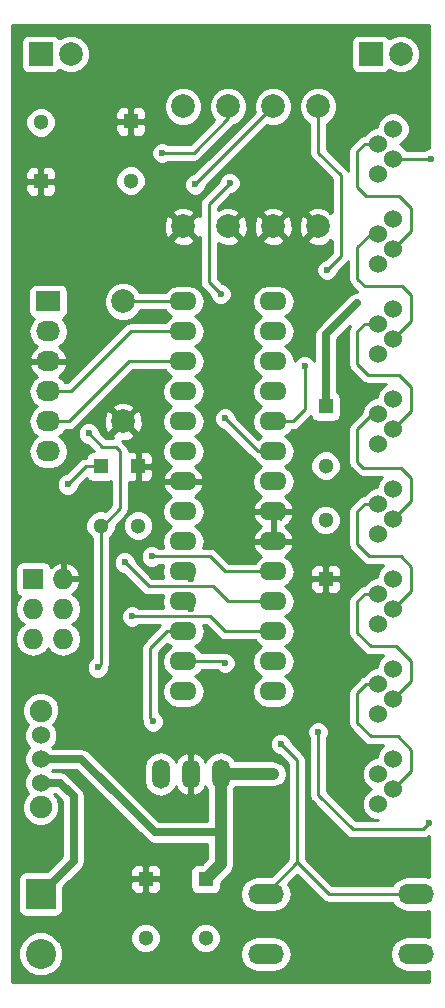
<source format=gbr>
G04 #@! TF.FileFunction,Copper,L1,Top,Signal*
%FSLAX46Y46*%
G04 Gerber Fmt 4.6, Leading zero omitted, Abs format (unit mm)*
G04 Created by KiCad (PCBNEW 4.0.0-rc1-stable) date Tue 17 Nov 2015 04:01:17 PM EST*
%MOMM*%
G01*
G04 APERTURE LIST*
%ADD10C,0.100000*%
%ADD11R,2.540000X2.540000*%
%ADD12C,2.540000*%
%ADD13R,1.300000X1.300000*%
%ADD14C,1.300000*%
%ADD15O,2.300000X1.600000*%
%ADD16R,1.727200X1.727200*%
%ADD17O,1.727200X1.727200*%
%ADD18R,2.032000X1.727200*%
%ADD19O,2.032000X1.727200*%
%ADD20C,1.998980*%
%ADD21O,1.501140X2.499360*%
%ADD22C,1.524000*%
%ADD23R,2.000000X2.000000*%
%ADD24C,2.000000*%
%ADD25C,1.905000*%
%ADD26O,3.048000X1.727200*%
%ADD27C,0.600000*%
%ADD28C,0.152400*%
%ADD29C,0.254000*%
%ADD30C,0.635000*%
%ADD31C,1.016000*%
%ADD32C,0.250000*%
G04 APERTURE END LIST*
D10*
D11*
X46990000Y-140970000D03*
D12*
X46990000Y-146050000D03*
D13*
X60960000Y-139700000D03*
D14*
X60960000Y-144700000D03*
D13*
X55880000Y-139700000D03*
D14*
X55880000Y-144700000D03*
D13*
X71120000Y-114300000D03*
D14*
X71120000Y-109300000D03*
D13*
X55245000Y-104775000D03*
D14*
X55245000Y-109775000D03*
D13*
X54610000Y-75565000D03*
D14*
X54610000Y-80565000D03*
D13*
X46990000Y-80645000D03*
D14*
X46990000Y-75645000D03*
D13*
X71120000Y-99695000D03*
D14*
X71120000Y-104695000D03*
D15*
X59055000Y-90805000D03*
X59055000Y-93345000D03*
X59055000Y-95885000D03*
X59055000Y-98425000D03*
X59055000Y-100965000D03*
X59055000Y-103505000D03*
X59055000Y-106045000D03*
X59055000Y-108585000D03*
X59055000Y-111125000D03*
X59055000Y-113665000D03*
X59055000Y-116205000D03*
X59055000Y-118745000D03*
X59055000Y-121285000D03*
X59055000Y-123825000D03*
X66675000Y-123825000D03*
X66675000Y-121285000D03*
X66675000Y-118745000D03*
X66675000Y-116205000D03*
X66675000Y-113665000D03*
X66675000Y-111125000D03*
X66675000Y-108585000D03*
X66675000Y-106045000D03*
X66675000Y-103505000D03*
X66675000Y-100965000D03*
X66675000Y-98425000D03*
X66675000Y-95885000D03*
X66675000Y-93345000D03*
X66675000Y-90805000D03*
D16*
X46355000Y-114300000D03*
D17*
X48895000Y-114300000D03*
X46355000Y-116840000D03*
X48895000Y-116840000D03*
X46355000Y-119380000D03*
X48895000Y-119380000D03*
D18*
X47625000Y-90805000D03*
D19*
X47625000Y-93345000D03*
X47625000Y-95885000D03*
X47625000Y-98425000D03*
X47625000Y-100965000D03*
X47625000Y-103505000D03*
D20*
X53975000Y-100965000D03*
X53975000Y-90805000D03*
X66675000Y-84455000D03*
X66675000Y-74295000D03*
X62865000Y-84455000D03*
X62865000Y-74295000D03*
X59055000Y-84455000D03*
X59055000Y-74295000D03*
X70485000Y-84455000D03*
X70485000Y-74295000D03*
D21*
X59690000Y-130810000D03*
X57150000Y-130810000D03*
X62230000Y-130810000D03*
D22*
X75565000Y-133350000D03*
X76835000Y-132080000D03*
X75565000Y-130810000D03*
X76835000Y-129540000D03*
X75565000Y-125730000D03*
X76835000Y-124460000D03*
X75565000Y-123190000D03*
X76835000Y-121920000D03*
X75565000Y-118110000D03*
X76835000Y-116840000D03*
X75565000Y-115570000D03*
X76835000Y-114300000D03*
X75565000Y-110490000D03*
X76835000Y-109220000D03*
X75565000Y-107950000D03*
X76835000Y-106680000D03*
X75565000Y-102870000D03*
X76835000Y-101600000D03*
X75565000Y-100330000D03*
X76835000Y-99060000D03*
X75565000Y-95250000D03*
X76835000Y-93980000D03*
X75565000Y-92710000D03*
X76835000Y-91440000D03*
X75565000Y-87630000D03*
X76835000Y-86360000D03*
X75565000Y-85090000D03*
X76835000Y-83820000D03*
X75565000Y-80010000D03*
X76835000Y-78740000D03*
X75565000Y-77470000D03*
X76835000Y-76200000D03*
D23*
X46990000Y-69850000D03*
D24*
X49530000Y-69850000D03*
D23*
X74930000Y-69850000D03*
D24*
X77470000Y-69850000D03*
D22*
X46990000Y-129540000D03*
X46990000Y-127540000D03*
X46990000Y-131540000D03*
D25*
X46990000Y-125440000D03*
X46990000Y-133640000D03*
D26*
X78740000Y-140970000D03*
X78740000Y-146050000D03*
X66040000Y-140970000D03*
X66040000Y-146050000D03*
D13*
X52070000Y-104775000D03*
D14*
X52070000Y-109775000D03*
D27*
X50546000Y-74549000D03*
X50038000Y-81534000D03*
X62611000Y-121412000D03*
X70485000Y-127254000D03*
X79883000Y-135001000D03*
X80010000Y-78740000D03*
X66675000Y-130810000D03*
X73787000Y-90932000D03*
X62611000Y-100711000D03*
X62230000Y-90170000D03*
X62992000Y-80772000D03*
X69342000Y-96266000D03*
X71247000Y-88138000D03*
X59690000Y-114300000D03*
X59690000Y-116840000D03*
X67310000Y-128270000D03*
X56515000Y-126365000D03*
X54737000Y-117475000D03*
X54102000Y-112903000D03*
X56388000Y-112395000D03*
X57277000Y-78232000D03*
X60071000Y-80899000D03*
X49276000Y-106299000D03*
X46355000Y-119380000D03*
X51816000Y-121793000D03*
X51054000Y-101981000D03*
D28*
X67310000Y-109347000D02*
X67310000Y-109220000D01*
D29*
X76835000Y-78740000D02*
X80010000Y-78740000D01*
X62484000Y-121285000D02*
X59055000Y-121285000D01*
X62611000Y-121412000D02*
X62484000Y-121285000D01*
X70485000Y-132588000D02*
X70485000Y-127254000D01*
X73406000Y-135509000D02*
X70485000Y-132588000D01*
X79375000Y-135509000D02*
X73406000Y-135509000D01*
X79883000Y-135001000D02*
X79375000Y-135509000D01*
X75565000Y-77470000D02*
X74422000Y-77470000D01*
X78359000Y-84836000D02*
X76835000Y-86360000D01*
X78359000Y-82931000D02*
X78359000Y-84836000D01*
X77343000Y-81915000D02*
X78359000Y-82931000D01*
X74549000Y-81915000D02*
X77343000Y-81915000D01*
X73787000Y-81153000D02*
X74549000Y-81915000D01*
X73787000Y-78105000D02*
X73787000Y-81153000D01*
X74422000Y-77470000D02*
X73787000Y-78105000D01*
D30*
X46990000Y-129540000D02*
X50419000Y-129540000D01*
X62103000Y-135763000D02*
X62230000Y-135890000D01*
X56642000Y-135763000D02*
X62103000Y-135763000D01*
X54610000Y-133731000D02*
X56642000Y-135763000D01*
X50419000Y-129540000D02*
X54610000Y-133731000D01*
D31*
X62230000Y-130810000D02*
X66675000Y-130810000D01*
D30*
X71120000Y-99695000D02*
X71120000Y-93599000D01*
X71120000Y-93599000D02*
X73787000Y-90932000D01*
D31*
X62230000Y-130810000D02*
X62230000Y-135890000D01*
X62230000Y-135890000D02*
X62230000Y-138430000D01*
X62230000Y-138430000D02*
X60960000Y-139700000D01*
D29*
X75565000Y-85090000D02*
X74930000Y-85090000D01*
X74930000Y-85090000D02*
X73787000Y-86233000D01*
X73787000Y-86233000D02*
X73787000Y-88900000D01*
X73787000Y-88900000D02*
X74422000Y-89535000D01*
X74422000Y-89535000D02*
X77597000Y-89535000D01*
X77597000Y-89535000D02*
X78359000Y-90297000D01*
X78359000Y-90297000D02*
X78359000Y-92456000D01*
X78359000Y-92456000D02*
X76835000Y-93980000D01*
X75565000Y-92710000D02*
X74422000Y-92710000D01*
X78359000Y-100076000D02*
X76835000Y-101600000D01*
X78359000Y-98044000D02*
X78359000Y-100076000D01*
X77343000Y-97028000D02*
X78359000Y-98044000D01*
X74676000Y-97028000D02*
X77343000Y-97028000D01*
X73787000Y-96139000D02*
X74676000Y-97028000D01*
X73787000Y-93345000D02*
X73787000Y-96139000D01*
X74422000Y-92710000D02*
X73787000Y-93345000D01*
X75565000Y-100330000D02*
X75057000Y-100330000D01*
X75057000Y-100330000D02*
X73787000Y-101600000D01*
X73787000Y-101600000D02*
X73787000Y-104394000D01*
X73787000Y-104394000D02*
X74295000Y-104902000D01*
X74295000Y-104902000D02*
X77470000Y-104902000D01*
X77470000Y-104902000D02*
X78359000Y-105791000D01*
X78359000Y-105791000D02*
X78359000Y-107696000D01*
X78359000Y-107696000D02*
X76835000Y-109220000D01*
X75565000Y-107950000D02*
X74422000Y-107950000D01*
X78359000Y-115316000D02*
X76835000Y-116840000D01*
X78359000Y-113284000D02*
X78359000Y-115316000D01*
X77470000Y-112395000D02*
X78359000Y-113284000D01*
X74803000Y-112395000D02*
X77470000Y-112395000D01*
X73787000Y-111379000D02*
X74803000Y-112395000D01*
X73787000Y-108585000D02*
X73787000Y-111379000D01*
X74422000Y-107950000D02*
X73787000Y-108585000D01*
X75565000Y-115570000D02*
X74422000Y-115570000D01*
X78359000Y-122936000D02*
X76835000Y-124460000D01*
X78359000Y-121285000D02*
X78359000Y-122936000D01*
X77089000Y-120015000D02*
X78359000Y-121285000D01*
X74930000Y-120015000D02*
X77089000Y-120015000D01*
X73787000Y-118872000D02*
X74930000Y-120015000D01*
X73787000Y-116205000D02*
X73787000Y-118872000D01*
X74422000Y-115570000D02*
X73787000Y-116205000D01*
X75565000Y-123190000D02*
X74549000Y-123190000D01*
X78359000Y-130556000D02*
X76835000Y-132080000D01*
X78359000Y-128778000D02*
X78359000Y-130556000D01*
X77216000Y-127635000D02*
X78359000Y-128778000D01*
X74930000Y-127635000D02*
X77216000Y-127635000D01*
X73787000Y-126492000D02*
X74930000Y-127635000D01*
X73787000Y-123952000D02*
X73787000Y-126492000D01*
X74549000Y-123190000D02*
X73787000Y-123952000D01*
D32*
X65405000Y-103505000D02*
X66675000Y-103505000D01*
X62611000Y-100711000D02*
X65405000Y-103505000D01*
X61214000Y-89154000D02*
X62230000Y-90170000D01*
X61214000Y-82550000D02*
X61214000Y-89154000D01*
X62992000Y-80772000D02*
X61214000Y-82550000D01*
X70485000Y-74295000D02*
X70485000Y-78232000D01*
X68326000Y-100965000D02*
X66675000Y-100965000D01*
X69342000Y-99949000D02*
X68326000Y-100965000D01*
X69342000Y-96266000D02*
X69342000Y-99949000D01*
X72390000Y-86995000D02*
X71247000Y-88138000D01*
X72390000Y-80137000D02*
X72390000Y-86995000D01*
X70485000Y-78232000D02*
X72390000Y-80137000D01*
D29*
X47625000Y-98425000D02*
X49530000Y-98425000D01*
X54610000Y-93345000D02*
X59055000Y-93345000D01*
X49530000Y-98425000D02*
X54610000Y-93345000D01*
X47625000Y-100965000D02*
X49403000Y-100965000D01*
X54483000Y-95885000D02*
X59055000Y-95885000D01*
X49403000Y-100965000D02*
X54483000Y-95885000D01*
D32*
X78740000Y-140970000D02*
X71374000Y-140970000D01*
X71374000Y-140970000D02*
X68707000Y-138303000D01*
D29*
X59055000Y-118745000D02*
X57658000Y-118745000D01*
X68707000Y-138303000D02*
X66040000Y-140970000D01*
X68707000Y-129667000D02*
X68707000Y-138303000D01*
X67310000Y-128270000D02*
X68707000Y-129667000D01*
X56261000Y-126111000D02*
X56515000Y-126365000D01*
X56261000Y-120142000D02*
X56261000Y-126111000D01*
X57658000Y-118745000D02*
X56261000Y-120142000D01*
D32*
X66675000Y-118745000D02*
X62611000Y-118745000D01*
X61341000Y-117475000D02*
X54737000Y-117475000D01*
X62611000Y-118745000D02*
X61341000Y-117475000D01*
X66675000Y-116205000D02*
X62865000Y-116205000D01*
X56134000Y-114935000D02*
X54102000Y-112903000D01*
X61595000Y-114935000D02*
X56134000Y-114935000D01*
X62865000Y-116205000D02*
X61595000Y-114935000D01*
X66675000Y-113665000D02*
X62611000Y-113665000D01*
X61341000Y-112395000D02*
X56388000Y-112395000D01*
X62611000Y-113665000D02*
X61341000Y-112395000D01*
D29*
X62865000Y-75311000D02*
X62865000Y-74295000D01*
X59944000Y-78232000D02*
X62865000Y-75311000D01*
X57277000Y-78232000D02*
X59944000Y-78232000D01*
X66675000Y-74295000D02*
X61849000Y-79121000D01*
X61849000Y-79121000D02*
X60071000Y-80899000D01*
X66230500Y-74295000D02*
X66675000Y-74295000D01*
D30*
X46990000Y-131540000D02*
X48609000Y-131540000D01*
X49784000Y-138176000D02*
X46990000Y-140970000D01*
X49784000Y-132715000D02*
X49784000Y-138176000D01*
X48609000Y-131540000D02*
X49784000Y-132715000D01*
D32*
X50800000Y-104775000D02*
X52070000Y-104775000D01*
X49276000Y-106299000D02*
X50800000Y-104775000D01*
X52070000Y-121539000D02*
X52070000Y-109775000D01*
X51816000Y-121793000D02*
X52070000Y-121539000D01*
X53721000Y-108331000D02*
X52277000Y-109775000D01*
X53721000Y-103505000D02*
X53721000Y-108331000D01*
X53340000Y-103124000D02*
X53721000Y-103505000D01*
X52197000Y-103124000D02*
X53340000Y-103124000D01*
X51054000Y-101981000D02*
X52197000Y-103124000D01*
X52277000Y-109775000D02*
X52070000Y-109775000D01*
D29*
X59055000Y-90805000D02*
X53975000Y-90805000D01*
G36*
X79883000Y-77804889D02*
X79824833Y-77804838D01*
X79481057Y-77946883D01*
X79449886Y-77978000D01*
X78031705Y-77978000D01*
X78020010Y-77949697D01*
X77627370Y-77556371D01*
X77419488Y-77470051D01*
X77625303Y-77385010D01*
X78018629Y-76992370D01*
X78231757Y-76479100D01*
X78232242Y-75923339D01*
X78020010Y-75409697D01*
X77627370Y-75016371D01*
X77114100Y-74803243D01*
X76558339Y-74802758D01*
X76044697Y-75014990D01*
X75651371Y-75407630D01*
X75438243Y-75920900D01*
X75438110Y-76072889D01*
X75288339Y-76072758D01*
X74774697Y-76284990D01*
X74381371Y-76677630D01*
X74363967Y-76719544D01*
X74130395Y-76766004D01*
X74031377Y-76832166D01*
X73883185Y-76931184D01*
X73248185Y-77566185D01*
X73083004Y-77813395D01*
X73025000Y-78105000D01*
X73025000Y-79745667D01*
X72927401Y-79599599D01*
X71245000Y-77917198D01*
X71245000Y-75749496D01*
X71409655Y-75681462D01*
X71869846Y-75222073D01*
X72119206Y-74621547D01*
X72119774Y-73971306D01*
X71871462Y-73370345D01*
X71412073Y-72910154D01*
X70811547Y-72660794D01*
X70161306Y-72660226D01*
X69560345Y-72908538D01*
X69100154Y-73367927D01*
X68850794Y-73968453D01*
X68850226Y-74618694D01*
X69098538Y-75219655D01*
X69557927Y-75679846D01*
X69725000Y-75749221D01*
X69725000Y-78232000D01*
X69782852Y-78522839D01*
X69947599Y-78769401D01*
X71630000Y-80451802D01*
X71630000Y-83246716D01*
X71571838Y-83188554D01*
X71457556Y-83302836D01*
X71358958Y-83036035D01*
X70749418Y-82809599D01*
X70099623Y-82833659D01*
X69611042Y-83036035D01*
X69512443Y-83302837D01*
X70485000Y-84275395D01*
X70499142Y-84261252D01*
X70678748Y-84440858D01*
X70664605Y-84455000D01*
X70678748Y-84469142D01*
X70499142Y-84648748D01*
X70485000Y-84634605D01*
X69512443Y-85607163D01*
X69611042Y-85873965D01*
X70220582Y-86100401D01*
X70870377Y-86076341D01*
X71358958Y-85873965D01*
X71457556Y-85607164D01*
X71571838Y-85721446D01*
X71630000Y-85663284D01*
X71630000Y-86680198D01*
X71107320Y-87202878D01*
X71061833Y-87202838D01*
X70718057Y-87344883D01*
X70454808Y-87607673D01*
X70312162Y-87951201D01*
X70311838Y-88323167D01*
X70453883Y-88666943D01*
X70716673Y-88930192D01*
X71060201Y-89072838D01*
X71432167Y-89073162D01*
X71775943Y-88931117D01*
X72039192Y-88668327D01*
X72181838Y-88324799D01*
X72181879Y-88277923D01*
X72927401Y-87532401D01*
X73025000Y-87386333D01*
X73025000Y-88900000D01*
X73083004Y-89191605D01*
X73185479Y-89344969D01*
X73248185Y-89438815D01*
X73789333Y-89979964D01*
X73787000Y-89979500D01*
X73699409Y-89996923D01*
X73601833Y-89996838D01*
X73510856Y-90034429D01*
X73422495Y-90052005D01*
X73348240Y-90101620D01*
X73258057Y-90138883D01*
X73188392Y-90208426D01*
X73113481Y-90258480D01*
X70446481Y-92925481D01*
X70240005Y-93234494D01*
X70167500Y-93599000D01*
X70167500Y-95815430D01*
X70135117Y-95737057D01*
X69872327Y-95473808D01*
X69528799Y-95331162D01*
X69156833Y-95330838D01*
X68813057Y-95472883D01*
X68549808Y-95735673D01*
X68492648Y-95873328D01*
X68385737Y-95335849D01*
X68074668Y-94870302D01*
X67692582Y-94615000D01*
X68074668Y-94359698D01*
X68385737Y-93894151D01*
X68494970Y-93345000D01*
X68385737Y-92795849D01*
X68074668Y-92330302D01*
X67692582Y-92075000D01*
X68074668Y-91819698D01*
X68385737Y-91354151D01*
X68494970Y-90805000D01*
X68385737Y-90255849D01*
X68074668Y-89790302D01*
X67609121Y-89479233D01*
X67059970Y-89370000D01*
X66290030Y-89370000D01*
X65740879Y-89479233D01*
X65275332Y-89790302D01*
X64964263Y-90255849D01*
X64855030Y-90805000D01*
X64964263Y-91354151D01*
X65275332Y-91819698D01*
X65657418Y-92075000D01*
X65275332Y-92330302D01*
X64964263Y-92795849D01*
X64855030Y-93345000D01*
X64964263Y-93894151D01*
X65275332Y-94359698D01*
X65657418Y-94615000D01*
X65275332Y-94870302D01*
X64964263Y-95335849D01*
X64855030Y-95885000D01*
X64964263Y-96434151D01*
X65275332Y-96899698D01*
X65657418Y-97155000D01*
X65275332Y-97410302D01*
X64964263Y-97875849D01*
X64855030Y-98425000D01*
X64964263Y-98974151D01*
X65275332Y-99439698D01*
X65657418Y-99695000D01*
X65275332Y-99950302D01*
X64964263Y-100415849D01*
X64855030Y-100965000D01*
X64964263Y-101514151D01*
X65275332Y-101979698D01*
X65657418Y-102235000D01*
X65389092Y-102414290D01*
X63546122Y-100571320D01*
X63546162Y-100525833D01*
X63404117Y-100182057D01*
X63141327Y-99918808D01*
X62797799Y-99776162D01*
X62425833Y-99775838D01*
X62082057Y-99917883D01*
X61818808Y-100180673D01*
X61676162Y-100524201D01*
X61675838Y-100896167D01*
X61817883Y-101239943D01*
X62080673Y-101503192D01*
X62424201Y-101645838D01*
X62471077Y-101645879D01*
X64867599Y-104042401D01*
X65028045Y-104149607D01*
X65275332Y-104519698D01*
X65657418Y-104775000D01*
X65275332Y-105030302D01*
X64964263Y-105495849D01*
X64855030Y-106045000D01*
X64964263Y-106594151D01*
X65275332Y-107059698D01*
X65653151Y-107312149D01*
X65220500Y-107660104D01*
X64950633Y-108153181D01*
X64933096Y-108235961D01*
X65055085Y-108458000D01*
X66548000Y-108458000D01*
X66548000Y-108438000D01*
X66802000Y-108438000D01*
X66802000Y-108458000D01*
X68294915Y-108458000D01*
X68416904Y-108235961D01*
X68399367Y-108153181D01*
X68129500Y-107660104D01*
X67696849Y-107312149D01*
X68074668Y-107059698D01*
X68385737Y-106594151D01*
X68494970Y-106045000D01*
X68385737Y-105495849D01*
X68074668Y-105030302D01*
X67953711Y-104949481D01*
X69834777Y-104949481D01*
X70029995Y-105421943D01*
X70391155Y-105783735D01*
X70863276Y-105979777D01*
X71374481Y-105980223D01*
X71846943Y-105785005D01*
X72208735Y-105423845D01*
X72404777Y-104951724D01*
X72405223Y-104440519D01*
X72210005Y-103968057D01*
X71848845Y-103606265D01*
X71376724Y-103410223D01*
X70865519Y-103409777D01*
X70393057Y-103604995D01*
X70031265Y-103966155D01*
X69835223Y-104438276D01*
X69834777Y-104949481D01*
X67953711Y-104949481D01*
X67692582Y-104775000D01*
X68074668Y-104519698D01*
X68385737Y-104054151D01*
X68494970Y-103505000D01*
X68385737Y-102955849D01*
X68074668Y-102490302D01*
X67692582Y-102235000D01*
X68074668Y-101979698D01*
X68244852Y-101725000D01*
X68326000Y-101725000D01*
X68616839Y-101667148D01*
X68863401Y-101502401D01*
X69853955Y-100511847D01*
X69866838Y-100580317D01*
X70005910Y-100796441D01*
X70218110Y-100941431D01*
X70470000Y-100992440D01*
X71770000Y-100992440D01*
X72005317Y-100948162D01*
X72221441Y-100809090D01*
X72366431Y-100596890D01*
X72417440Y-100345000D01*
X72417440Y-99045000D01*
X72373162Y-98809683D01*
X72234090Y-98593559D01*
X72072500Y-98483149D01*
X72072500Y-93993538D01*
X73224688Y-92841350D01*
X73083004Y-93053395D01*
X73025000Y-93345000D01*
X73025000Y-96139000D01*
X73083004Y-96430605D01*
X73188838Y-96588996D01*
X73248185Y-96677815D01*
X74137185Y-97566815D01*
X74384395Y-97731996D01*
X74676000Y-97790000D01*
X76250389Y-97790000D01*
X76044697Y-97874990D01*
X75651371Y-98267630D01*
X75438243Y-98780900D01*
X75438110Y-98932889D01*
X75288339Y-98932758D01*
X74774697Y-99144990D01*
X74381371Y-99537630D01*
X74168243Y-100050900D01*
X74168164Y-100141205D01*
X73248185Y-101061185D01*
X73083004Y-101308395D01*
X73025000Y-101600000D01*
X73025000Y-104394000D01*
X73083004Y-104685605D01*
X73219260Y-104889526D01*
X73248185Y-104932815D01*
X73756184Y-105440815D01*
X73854950Y-105506808D01*
X74003395Y-105605996D01*
X74295000Y-105664000D01*
X75875392Y-105664000D01*
X75651371Y-105887630D01*
X75438243Y-106400900D01*
X75438110Y-106552889D01*
X75288339Y-106552758D01*
X74774697Y-106764990D01*
X74381371Y-107157630D01*
X74363967Y-107199544D01*
X74130395Y-107246004D01*
X74037860Y-107307834D01*
X73883185Y-107411184D01*
X73248185Y-108046185D01*
X73083004Y-108293395D01*
X73025000Y-108585000D01*
X73025000Y-111379000D01*
X73083004Y-111670605D01*
X73207005Y-111856185D01*
X73248185Y-111917815D01*
X74264185Y-112933815D01*
X74511395Y-113098996D01*
X74803000Y-113157000D01*
X76002614Y-113157000D01*
X75651371Y-113507630D01*
X75438243Y-114020900D01*
X75438110Y-114172889D01*
X75288339Y-114172758D01*
X74774697Y-114384990D01*
X74381371Y-114777630D01*
X74363967Y-114819544D01*
X74130395Y-114866004D01*
X74031377Y-114932166D01*
X73883185Y-115031184D01*
X73248185Y-115666185D01*
X73083004Y-115913395D01*
X73025000Y-116205000D01*
X73025000Y-118872000D01*
X73083004Y-119163605D01*
X73181493Y-119311004D01*
X73248185Y-119410815D01*
X74391185Y-120553815D01*
X74638395Y-120718996D01*
X74930000Y-120777000D01*
X76002614Y-120777000D01*
X75651371Y-121127630D01*
X75438243Y-121640900D01*
X75438110Y-121792889D01*
X75288339Y-121792758D01*
X74774697Y-122004990D01*
X74381371Y-122397630D01*
X74352533Y-122467080D01*
X74257395Y-122486004D01*
X74158377Y-122552166D01*
X74010185Y-122651184D01*
X73248185Y-123413185D01*
X73083004Y-123660395D01*
X73025000Y-123952000D01*
X73025000Y-126492000D01*
X73083004Y-126783605D01*
X73181493Y-126931004D01*
X73248185Y-127030815D01*
X74391185Y-128173815D01*
X74638395Y-128338996D01*
X74930000Y-128397000D01*
X76002614Y-128397000D01*
X75651371Y-128747630D01*
X75438243Y-129260900D01*
X75438110Y-129412889D01*
X75288339Y-129412758D01*
X74774697Y-129624990D01*
X74381371Y-130017630D01*
X74168243Y-130530900D01*
X74167758Y-131086661D01*
X74379990Y-131600303D01*
X74772630Y-131993629D01*
X74980512Y-132079949D01*
X74774697Y-132164990D01*
X74381371Y-132557630D01*
X74168243Y-133070900D01*
X74167758Y-133626661D01*
X74379990Y-134140303D01*
X74772630Y-134533629D01*
X75285900Y-134746757D01*
X75564353Y-134747000D01*
X73721630Y-134747000D01*
X71247000Y-132272370D01*
X71247000Y-127814466D01*
X71277192Y-127784327D01*
X71419838Y-127440799D01*
X71420162Y-127068833D01*
X71278117Y-126725057D01*
X71015327Y-126461808D01*
X70671799Y-126319162D01*
X70299833Y-126318838D01*
X69956057Y-126460883D01*
X69692808Y-126723673D01*
X69550162Y-127067201D01*
X69549838Y-127439167D01*
X69691883Y-127782943D01*
X69723000Y-127814114D01*
X69723000Y-132588000D01*
X69781004Y-132879605D01*
X69914574Y-133079506D01*
X69946185Y-133126815D01*
X72867185Y-136047815D01*
X73114395Y-136212996D01*
X73406000Y-136271000D01*
X79375000Y-136271000D01*
X79666605Y-136212996D01*
X79883000Y-136068405D01*
X79883000Y-139558982D01*
X79442697Y-139471400D01*
X78037303Y-139471400D01*
X77463814Y-139585474D01*
X76977633Y-139910330D01*
X76777400Y-140210000D01*
X71688802Y-140210000D01*
X69469000Y-137990198D01*
X69469000Y-129667000D01*
X69410996Y-129375395D01*
X69356757Y-129294221D01*
X69245815Y-129128184D01*
X68245125Y-128127495D01*
X68245162Y-128084833D01*
X68103117Y-127741057D01*
X67840327Y-127477808D01*
X67496799Y-127335162D01*
X67124833Y-127334838D01*
X66781057Y-127476883D01*
X66517808Y-127739673D01*
X66375162Y-128083201D01*
X66374838Y-128455167D01*
X66516883Y-128798943D01*
X66779673Y-129062192D01*
X67123201Y-129204838D01*
X67167246Y-129204876D01*
X67945000Y-129982631D01*
X67945000Y-137987369D01*
X66460970Y-139471400D01*
X65337303Y-139471400D01*
X64763814Y-139585474D01*
X64277633Y-139910330D01*
X63952777Y-140396511D01*
X63838703Y-140970000D01*
X63952777Y-141543489D01*
X64277633Y-142029670D01*
X64763814Y-142354526D01*
X65337303Y-142468600D01*
X66742697Y-142468600D01*
X67316186Y-142354526D01*
X67802367Y-142029670D01*
X68127223Y-141543489D01*
X68241297Y-140970000D01*
X68127223Y-140396511D01*
X67952544Y-140135086D01*
X68708414Y-139379216D01*
X70836599Y-141507401D01*
X71083161Y-141672148D01*
X71374000Y-141730000D01*
X76777400Y-141730000D01*
X76977633Y-142029670D01*
X77463814Y-142354526D01*
X78037303Y-142468600D01*
X79442697Y-142468600D01*
X79883000Y-142381018D01*
X79883000Y-144638982D01*
X79442697Y-144551400D01*
X78037303Y-144551400D01*
X77463814Y-144665474D01*
X76977633Y-144990330D01*
X76652777Y-145476511D01*
X76538703Y-146050000D01*
X76652777Y-146623489D01*
X76977633Y-147109670D01*
X77463814Y-147434526D01*
X78037303Y-147548600D01*
X79442697Y-147548600D01*
X79883000Y-147461018D01*
X79883000Y-148463000D01*
X44577000Y-148463000D01*
X44577000Y-146427265D01*
X45084670Y-146427265D01*
X45374078Y-147127686D01*
X45909495Y-147664039D01*
X46609410Y-147954668D01*
X47367265Y-147955330D01*
X48067686Y-147665922D01*
X48604039Y-147130505D01*
X48894668Y-146430590D01*
X48895000Y-146050000D01*
X63838703Y-146050000D01*
X63952777Y-146623489D01*
X64277633Y-147109670D01*
X64763814Y-147434526D01*
X65337303Y-147548600D01*
X66742697Y-147548600D01*
X67316186Y-147434526D01*
X67802367Y-147109670D01*
X68127223Y-146623489D01*
X68241297Y-146050000D01*
X68127223Y-145476511D01*
X67802367Y-144990330D01*
X67316186Y-144665474D01*
X66742697Y-144551400D01*
X65337303Y-144551400D01*
X64763814Y-144665474D01*
X64277633Y-144990330D01*
X63952777Y-145476511D01*
X63838703Y-146050000D01*
X48895000Y-146050000D01*
X48895330Y-145672735D01*
X48605922Y-144972314D01*
X48588121Y-144954481D01*
X54594777Y-144954481D01*
X54789995Y-145426943D01*
X55151155Y-145788735D01*
X55623276Y-145984777D01*
X56134481Y-145985223D01*
X56606943Y-145790005D01*
X56968735Y-145428845D01*
X57164777Y-144956724D01*
X57164778Y-144954481D01*
X59674777Y-144954481D01*
X59869995Y-145426943D01*
X60231155Y-145788735D01*
X60703276Y-145984777D01*
X61214481Y-145985223D01*
X61686943Y-145790005D01*
X62048735Y-145428845D01*
X62244777Y-144956724D01*
X62245223Y-144445519D01*
X62050005Y-143973057D01*
X61688845Y-143611265D01*
X61216724Y-143415223D01*
X60705519Y-143414777D01*
X60233057Y-143609995D01*
X59871265Y-143971155D01*
X59675223Y-144443276D01*
X59674777Y-144954481D01*
X57164778Y-144954481D01*
X57165223Y-144445519D01*
X56970005Y-143973057D01*
X56608845Y-143611265D01*
X56136724Y-143415223D01*
X55625519Y-143414777D01*
X55153057Y-143609995D01*
X54791265Y-143971155D01*
X54595223Y-144443276D01*
X54594777Y-144954481D01*
X48588121Y-144954481D01*
X48070505Y-144435961D01*
X47370590Y-144145332D01*
X46612735Y-144144670D01*
X45912314Y-144434078D01*
X45375961Y-144969495D01*
X45085332Y-145669410D01*
X45084670Y-146427265D01*
X44577000Y-146427265D01*
X44577000Y-139700000D01*
X45072560Y-139700000D01*
X45072560Y-142240000D01*
X45116838Y-142475317D01*
X45255910Y-142691441D01*
X45468110Y-142836431D01*
X45720000Y-142887440D01*
X48260000Y-142887440D01*
X48495317Y-142843162D01*
X48711441Y-142704090D01*
X48856431Y-142491890D01*
X48907440Y-142240000D01*
X48907440Y-140399598D01*
X49321288Y-139985750D01*
X54595000Y-139985750D01*
X54595000Y-140476309D01*
X54691673Y-140709698D01*
X54870301Y-140888327D01*
X55103690Y-140985000D01*
X55594250Y-140985000D01*
X55753000Y-140826250D01*
X55753000Y-139827000D01*
X56007000Y-139827000D01*
X56007000Y-140826250D01*
X56165750Y-140985000D01*
X56656310Y-140985000D01*
X56889699Y-140888327D01*
X57068327Y-140709698D01*
X57165000Y-140476309D01*
X57165000Y-139985750D01*
X57006250Y-139827000D01*
X56007000Y-139827000D01*
X55753000Y-139827000D01*
X54753750Y-139827000D01*
X54595000Y-139985750D01*
X49321288Y-139985750D01*
X50383347Y-138923691D01*
X54595000Y-138923691D01*
X54595000Y-139414250D01*
X54753750Y-139573000D01*
X55753000Y-139573000D01*
X55753000Y-138573750D01*
X56007000Y-138573750D01*
X56007000Y-139573000D01*
X57006250Y-139573000D01*
X57165000Y-139414250D01*
X57165000Y-138923691D01*
X57068327Y-138690302D01*
X56889699Y-138511673D01*
X56656310Y-138415000D01*
X56165750Y-138415000D01*
X56007000Y-138573750D01*
X55753000Y-138573750D01*
X55594250Y-138415000D01*
X55103690Y-138415000D01*
X54870301Y-138511673D01*
X54691673Y-138690302D01*
X54595000Y-138923691D01*
X50383347Y-138923691D01*
X50457519Y-138849519D01*
X50663995Y-138540506D01*
X50736500Y-138176000D01*
X50736500Y-132715000D01*
X50663995Y-132350494D01*
X50457519Y-132041481D01*
X49282519Y-130866481D01*
X48973506Y-130660005D01*
X48609000Y-130587500D01*
X48013096Y-130587500D01*
X47965658Y-130539979D01*
X48013219Y-130492500D01*
X50024462Y-130492500D01*
X55968481Y-136436519D01*
X56277494Y-136642995D01*
X56642000Y-136715500D01*
X61087000Y-136715500D01*
X61087000Y-137956554D01*
X60640994Y-138402560D01*
X60310000Y-138402560D01*
X60074683Y-138446838D01*
X59858559Y-138585910D01*
X59713569Y-138798110D01*
X59662560Y-139050000D01*
X59662560Y-140350000D01*
X59706838Y-140585317D01*
X59845910Y-140801441D01*
X60058110Y-140946431D01*
X60310000Y-140997440D01*
X61610000Y-140997440D01*
X61845317Y-140953162D01*
X62061441Y-140814090D01*
X62206431Y-140601890D01*
X62257440Y-140350000D01*
X62257440Y-140019006D01*
X63038223Y-139238223D01*
X63285994Y-138867407D01*
X63373000Y-138430000D01*
X63373000Y-132081452D01*
X63458829Y-131953000D01*
X66675000Y-131953000D01*
X67112407Y-131865994D01*
X67483223Y-131618223D01*
X67730994Y-131247407D01*
X67818000Y-130810000D01*
X67730994Y-130372593D01*
X67483223Y-130001777D01*
X67112407Y-129754006D01*
X66675000Y-129667000D01*
X63458829Y-129667000D01*
X63209746Y-129294221D01*
X62760235Y-128993867D01*
X62230000Y-128888397D01*
X61699765Y-128993867D01*
X61250254Y-129294221D01*
X60949900Y-129743732D01*
X60948050Y-129753032D01*
X60921499Y-129663323D01*
X60579944Y-129241342D01*
X60102903Y-128982190D01*
X60031275Y-128968007D01*
X59817000Y-129090661D01*
X59817000Y-130683000D01*
X59837000Y-130683000D01*
X59837000Y-130937000D01*
X59817000Y-130937000D01*
X59817000Y-132529339D01*
X60031275Y-132651993D01*
X60102903Y-132637810D01*
X60579944Y-132378658D01*
X60921499Y-131956677D01*
X60948050Y-131866968D01*
X60949900Y-131876268D01*
X61087000Y-132081452D01*
X61087000Y-134810500D01*
X57036538Y-134810500D01*
X52500005Y-130273967D01*
X55764430Y-130273967D01*
X55764430Y-131346033D01*
X55869900Y-131876268D01*
X56170254Y-132325779D01*
X56619765Y-132626133D01*
X57150000Y-132731603D01*
X57680235Y-132626133D01*
X58129746Y-132325779D01*
X58430100Y-131876268D01*
X58431950Y-131866968D01*
X58458501Y-131956677D01*
X58800056Y-132378658D01*
X59277097Y-132637810D01*
X59348725Y-132651993D01*
X59563000Y-132529339D01*
X59563000Y-130937000D01*
X59543000Y-130937000D01*
X59543000Y-130683000D01*
X59563000Y-130683000D01*
X59563000Y-129090661D01*
X59348725Y-128968007D01*
X59277097Y-128982190D01*
X58800056Y-129241342D01*
X58458501Y-129663323D01*
X58431950Y-129753032D01*
X58430100Y-129743732D01*
X58129746Y-129294221D01*
X57680235Y-128993867D01*
X57150000Y-128888397D01*
X56619765Y-128993867D01*
X56170254Y-129294221D01*
X55869900Y-129743732D01*
X55764430Y-130273967D01*
X52500005Y-130273967D01*
X51092519Y-128866481D01*
X50783506Y-128660005D01*
X50419000Y-128587500D01*
X48013096Y-128587500D01*
X47965658Y-128539979D01*
X48173629Y-128332370D01*
X48386757Y-127819100D01*
X48387242Y-127263339D01*
X48175010Y-126749697D01*
X48050244Y-126624713D01*
X48335032Y-126340421D01*
X48577224Y-125757159D01*
X48577775Y-125125612D01*
X48336602Y-124541928D01*
X47890421Y-124094968D01*
X47307159Y-123852776D01*
X46675612Y-123852225D01*
X46091928Y-124093398D01*
X45644968Y-124539579D01*
X45402776Y-125122841D01*
X45402225Y-125754388D01*
X45643398Y-126338072D01*
X45929521Y-126624695D01*
X45806371Y-126747630D01*
X45593243Y-127260900D01*
X45592758Y-127816661D01*
X45804990Y-128330303D01*
X46014342Y-128540021D01*
X45806371Y-128747630D01*
X45593243Y-129260900D01*
X45592758Y-129816661D01*
X45804990Y-130330303D01*
X46014342Y-130540021D01*
X45806371Y-130747630D01*
X45593243Y-131260900D01*
X45592758Y-131816661D01*
X45804990Y-132330303D01*
X45929756Y-132455287D01*
X45644968Y-132739579D01*
X45402776Y-133322841D01*
X45402225Y-133954388D01*
X45643398Y-134538072D01*
X46089579Y-134985032D01*
X46672841Y-135227224D01*
X47304388Y-135227775D01*
X47888072Y-134986602D01*
X48335032Y-134540421D01*
X48577224Y-133957159D01*
X48577775Y-133325612D01*
X48336602Y-132741928D01*
X48087609Y-132492500D01*
X48214462Y-132492500D01*
X48831500Y-133109538D01*
X48831500Y-137781462D01*
X47560402Y-139052560D01*
X45720000Y-139052560D01*
X45484683Y-139096838D01*
X45268559Y-139235910D01*
X45123569Y-139448110D01*
X45072560Y-139700000D01*
X44577000Y-139700000D01*
X44577000Y-116840000D01*
X44827041Y-116840000D01*
X44941115Y-117413489D01*
X45265971Y-117899670D01*
X45580752Y-118110000D01*
X45265971Y-118320330D01*
X44941115Y-118806511D01*
X44827041Y-119380000D01*
X44941115Y-119953489D01*
X45265971Y-120439670D01*
X45752152Y-120764526D01*
X46325641Y-120878600D01*
X46384359Y-120878600D01*
X46957848Y-120764526D01*
X47444029Y-120439670D01*
X47625000Y-120168828D01*
X47805971Y-120439670D01*
X48292152Y-120764526D01*
X48865641Y-120878600D01*
X48924359Y-120878600D01*
X49497848Y-120764526D01*
X49984029Y-120439670D01*
X50308885Y-119953489D01*
X50422959Y-119380000D01*
X50308885Y-118806511D01*
X49984029Y-118320330D01*
X49669248Y-118110000D01*
X49984029Y-117899670D01*
X50308885Y-117413489D01*
X50422959Y-116840000D01*
X50308885Y-116266511D01*
X49984029Y-115780330D01*
X49660772Y-115564336D01*
X49783490Y-115506821D01*
X50177688Y-115074947D01*
X50349958Y-114659026D01*
X50228817Y-114427000D01*
X49022000Y-114427000D01*
X49022000Y-114447000D01*
X48768000Y-114447000D01*
X48768000Y-114427000D01*
X48748000Y-114427000D01*
X48748000Y-114173000D01*
X48768000Y-114173000D01*
X48768000Y-112965531D01*
X49022000Y-112965531D01*
X49022000Y-114173000D01*
X50228817Y-114173000D01*
X50349958Y-113940974D01*
X50177688Y-113525053D01*
X49783490Y-113093179D01*
X49254027Y-112845032D01*
X49022000Y-112965531D01*
X48768000Y-112965531D01*
X48535973Y-112845032D01*
X48006510Y-113093179D01*
X47836505Y-113279433D01*
X47821762Y-113201083D01*
X47682690Y-112984959D01*
X47470490Y-112839969D01*
X47218600Y-112788960D01*
X45491400Y-112788960D01*
X45256083Y-112833238D01*
X45039959Y-112972310D01*
X44894969Y-113184510D01*
X44843960Y-113436400D01*
X44843960Y-115163600D01*
X44888238Y-115398917D01*
X45027310Y-115615041D01*
X45239510Y-115760031D01*
X45283131Y-115768864D01*
X45265971Y-115780330D01*
X44941115Y-116266511D01*
X44827041Y-116840000D01*
X44577000Y-116840000D01*
X44577000Y-106484167D01*
X48340838Y-106484167D01*
X48482883Y-106827943D01*
X48745673Y-107091192D01*
X49089201Y-107233838D01*
X49461167Y-107234162D01*
X49804943Y-107092117D01*
X50068192Y-106829327D01*
X50210838Y-106485799D01*
X50210879Y-106438923D01*
X50884436Y-105765366D01*
X50955910Y-105876441D01*
X51168110Y-106021431D01*
X51420000Y-106072440D01*
X52720000Y-106072440D01*
X52955317Y-106028162D01*
X52961000Y-106024505D01*
X52961000Y-108016198D01*
X52439957Y-108537241D01*
X52326724Y-108490223D01*
X51815519Y-108489777D01*
X51343057Y-108684995D01*
X50981265Y-109046155D01*
X50785223Y-109518276D01*
X50784777Y-110029481D01*
X50979995Y-110501943D01*
X51310000Y-110832525D01*
X51310000Y-120990403D01*
X51287057Y-120999883D01*
X51023808Y-121262673D01*
X50881162Y-121606201D01*
X50880838Y-121978167D01*
X51022883Y-122321943D01*
X51285673Y-122585192D01*
X51629201Y-122727838D01*
X52001167Y-122728162D01*
X52344943Y-122586117D01*
X52608192Y-122323327D01*
X52750838Y-121979799D01*
X52750941Y-121861579D01*
X52772148Y-121829840D01*
X52830000Y-121539000D01*
X52830000Y-113088167D01*
X53166838Y-113088167D01*
X53308883Y-113431943D01*
X53571673Y-113695192D01*
X53915201Y-113837838D01*
X53962077Y-113837879D01*
X55596599Y-115472401D01*
X55843161Y-115637148D01*
X56134000Y-115695000D01*
X57336475Y-115695000D01*
X57235030Y-116205000D01*
X57336475Y-116715000D01*
X55299463Y-116715000D01*
X55267327Y-116682808D01*
X54923799Y-116540162D01*
X54551833Y-116539838D01*
X54208057Y-116681883D01*
X53944808Y-116944673D01*
X53802162Y-117288201D01*
X53801838Y-117660167D01*
X53943883Y-118003943D01*
X54206673Y-118267192D01*
X54550201Y-118409838D01*
X54922167Y-118410162D01*
X55265943Y-118268117D01*
X55299118Y-118235000D01*
X57090369Y-118235000D01*
X55722185Y-119603185D01*
X55557004Y-119850395D01*
X55499000Y-120142000D01*
X55499000Y-126111000D01*
X55557004Y-126402605D01*
X55579937Y-126436926D01*
X55579838Y-126550167D01*
X55721883Y-126893943D01*
X55984673Y-127157192D01*
X56328201Y-127299838D01*
X56700167Y-127300162D01*
X57043943Y-127158117D01*
X57307192Y-126895327D01*
X57449838Y-126551799D01*
X57450162Y-126179833D01*
X57308117Y-125836057D01*
X57045327Y-125572808D01*
X57023000Y-125563537D01*
X57023000Y-120457630D01*
X57694657Y-119785974D01*
X58037418Y-120015000D01*
X57655332Y-120270302D01*
X57344263Y-120735849D01*
X57235030Y-121285000D01*
X57344263Y-121834151D01*
X57655332Y-122299698D01*
X58037418Y-122555000D01*
X57655332Y-122810302D01*
X57344263Y-123275849D01*
X57235030Y-123825000D01*
X57344263Y-124374151D01*
X57655332Y-124839698D01*
X58120879Y-125150767D01*
X58670030Y-125260000D01*
X59439970Y-125260000D01*
X59989121Y-125150767D01*
X60454668Y-124839698D01*
X60765737Y-124374151D01*
X60874970Y-123825000D01*
X60765737Y-123275849D01*
X60454668Y-122810302D01*
X60072582Y-122555000D01*
X60454668Y-122299698D01*
X60623516Y-122047000D01*
X61923755Y-122047000D01*
X62080673Y-122204192D01*
X62424201Y-122346838D01*
X62796167Y-122347162D01*
X63139943Y-122205117D01*
X63403192Y-121942327D01*
X63545838Y-121598799D01*
X63546162Y-121226833D01*
X63404117Y-120883057D01*
X63141327Y-120619808D01*
X62797799Y-120477162D01*
X62425833Y-120476838D01*
X62314112Y-120523000D01*
X60623516Y-120523000D01*
X60454668Y-120270302D01*
X60072582Y-120015000D01*
X60454668Y-119759698D01*
X60765737Y-119294151D01*
X60874970Y-118745000D01*
X60773525Y-118235000D01*
X61026198Y-118235000D01*
X62073599Y-119282401D01*
X62320160Y-119447148D01*
X62611000Y-119505000D01*
X65105148Y-119505000D01*
X65275332Y-119759698D01*
X65657418Y-120015000D01*
X65275332Y-120270302D01*
X64964263Y-120735849D01*
X64855030Y-121285000D01*
X64964263Y-121834151D01*
X65275332Y-122299698D01*
X65657418Y-122555000D01*
X65275332Y-122810302D01*
X64964263Y-123275849D01*
X64855030Y-123825000D01*
X64964263Y-124374151D01*
X65275332Y-124839698D01*
X65740879Y-125150767D01*
X66290030Y-125260000D01*
X67059970Y-125260000D01*
X67609121Y-125150767D01*
X68074668Y-124839698D01*
X68385737Y-124374151D01*
X68494970Y-123825000D01*
X68385737Y-123275849D01*
X68074668Y-122810302D01*
X67692582Y-122555000D01*
X68074668Y-122299698D01*
X68385737Y-121834151D01*
X68494970Y-121285000D01*
X68385737Y-120735849D01*
X68074668Y-120270302D01*
X67692582Y-120015000D01*
X68074668Y-119759698D01*
X68385737Y-119294151D01*
X68494970Y-118745000D01*
X68385737Y-118195849D01*
X68074668Y-117730302D01*
X67692582Y-117475000D01*
X68074668Y-117219698D01*
X68385737Y-116754151D01*
X68494970Y-116205000D01*
X68385737Y-115655849D01*
X68074668Y-115190302D01*
X67692582Y-114935000D01*
X68074668Y-114679698D01*
X68137442Y-114585750D01*
X69835000Y-114585750D01*
X69835000Y-115076309D01*
X69931673Y-115309698D01*
X70110301Y-115488327D01*
X70343690Y-115585000D01*
X70834250Y-115585000D01*
X70993000Y-115426250D01*
X70993000Y-114427000D01*
X71247000Y-114427000D01*
X71247000Y-115426250D01*
X71405750Y-115585000D01*
X71896310Y-115585000D01*
X72129699Y-115488327D01*
X72308327Y-115309698D01*
X72405000Y-115076309D01*
X72405000Y-114585750D01*
X72246250Y-114427000D01*
X71247000Y-114427000D01*
X70993000Y-114427000D01*
X69993750Y-114427000D01*
X69835000Y-114585750D01*
X68137442Y-114585750D01*
X68385737Y-114214151D01*
X68494970Y-113665000D01*
X68466862Y-113523691D01*
X69835000Y-113523691D01*
X69835000Y-114014250D01*
X69993750Y-114173000D01*
X70993000Y-114173000D01*
X70993000Y-113173750D01*
X71247000Y-113173750D01*
X71247000Y-114173000D01*
X72246250Y-114173000D01*
X72405000Y-114014250D01*
X72405000Y-113523691D01*
X72308327Y-113290302D01*
X72129699Y-113111673D01*
X71896310Y-113015000D01*
X71405750Y-113015000D01*
X71247000Y-113173750D01*
X70993000Y-113173750D01*
X70834250Y-113015000D01*
X70343690Y-113015000D01*
X70110301Y-113111673D01*
X69931673Y-113290302D01*
X69835000Y-113523691D01*
X68466862Y-113523691D01*
X68385737Y-113115849D01*
X68074668Y-112650302D01*
X67696849Y-112397851D01*
X68129500Y-112049896D01*
X68399367Y-111556819D01*
X68416904Y-111474039D01*
X68294915Y-111252000D01*
X66802000Y-111252000D01*
X66802000Y-111272000D01*
X66548000Y-111272000D01*
X66548000Y-111252000D01*
X65055085Y-111252000D01*
X64933096Y-111474039D01*
X64950633Y-111556819D01*
X65220500Y-112049896D01*
X65653151Y-112397851D01*
X65275332Y-112650302D01*
X65105148Y-112905000D01*
X62925802Y-112905000D01*
X61878401Y-111857599D01*
X61631839Y-111692852D01*
X61341000Y-111635000D01*
X60773525Y-111635000D01*
X60874970Y-111125000D01*
X60765737Y-110575849D01*
X60454668Y-110110302D01*
X60072582Y-109855000D01*
X60454668Y-109599698D01*
X60765737Y-109134151D01*
X60805541Y-108934039D01*
X64933096Y-108934039D01*
X64950633Y-109016819D01*
X65220500Y-109509896D01*
X65649607Y-109855000D01*
X65220500Y-110200104D01*
X64950633Y-110693181D01*
X64933096Y-110775961D01*
X65055085Y-110998000D01*
X66548000Y-110998000D01*
X66548000Y-108712000D01*
X66802000Y-108712000D01*
X66802000Y-110998000D01*
X68294915Y-110998000D01*
X68416904Y-110775961D01*
X68399367Y-110693181D01*
X68129500Y-110200104D01*
X67700393Y-109855000D01*
X68074062Y-109554481D01*
X69834777Y-109554481D01*
X70029995Y-110026943D01*
X70391155Y-110388735D01*
X70863276Y-110584777D01*
X71374481Y-110585223D01*
X71846943Y-110390005D01*
X72208735Y-110028845D01*
X72404777Y-109556724D01*
X72405223Y-109045519D01*
X72210005Y-108573057D01*
X71848845Y-108211265D01*
X71376724Y-108015223D01*
X70865519Y-108014777D01*
X70393057Y-108209995D01*
X70031265Y-108571155D01*
X69835223Y-109043276D01*
X69834777Y-109554481D01*
X68074062Y-109554481D01*
X68129500Y-109509896D01*
X68399367Y-109016819D01*
X68416904Y-108934039D01*
X68294915Y-108712000D01*
X66802000Y-108712000D01*
X66548000Y-108712000D01*
X65055085Y-108712000D01*
X64933096Y-108934039D01*
X60805541Y-108934039D01*
X60874970Y-108585000D01*
X60765737Y-108035849D01*
X60454668Y-107570302D01*
X60076849Y-107317851D01*
X60509500Y-106969896D01*
X60779367Y-106476819D01*
X60796904Y-106394039D01*
X60674915Y-106172000D01*
X59182000Y-106172000D01*
X59182000Y-106192000D01*
X58928000Y-106192000D01*
X58928000Y-106172000D01*
X57435085Y-106172000D01*
X57313096Y-106394039D01*
X57330633Y-106476819D01*
X57600500Y-106969896D01*
X58033151Y-107317851D01*
X57655332Y-107570302D01*
X57344263Y-108035849D01*
X57235030Y-108585000D01*
X57344263Y-109134151D01*
X57655332Y-109599698D01*
X58037418Y-109855000D01*
X57655332Y-110110302D01*
X57344263Y-110575849D01*
X57235030Y-111125000D01*
X57336475Y-111635000D01*
X56950463Y-111635000D01*
X56918327Y-111602808D01*
X56574799Y-111460162D01*
X56202833Y-111459838D01*
X55859057Y-111601883D01*
X55595808Y-111864673D01*
X55453162Y-112208201D01*
X55452838Y-112580167D01*
X55594883Y-112923943D01*
X55857673Y-113187192D01*
X56201201Y-113329838D01*
X56573167Y-113330162D01*
X56916943Y-113188117D01*
X56950118Y-113155000D01*
X57336475Y-113155000D01*
X57235030Y-113665000D01*
X57336475Y-114175000D01*
X56448802Y-114175000D01*
X55037122Y-112763320D01*
X55037162Y-112717833D01*
X54895117Y-112374057D01*
X54632327Y-112110808D01*
X54288799Y-111968162D01*
X53916833Y-111967838D01*
X53573057Y-112109883D01*
X53309808Y-112372673D01*
X53167162Y-112716201D01*
X53166838Y-113088167D01*
X52830000Y-113088167D01*
X52830000Y-110832006D01*
X53158735Y-110503845D01*
X53354777Y-110031724D01*
X53354778Y-110029481D01*
X53959777Y-110029481D01*
X54154995Y-110501943D01*
X54516155Y-110863735D01*
X54988276Y-111059777D01*
X55499481Y-111060223D01*
X55971943Y-110865005D01*
X56333735Y-110503845D01*
X56529777Y-110031724D01*
X56530223Y-109520519D01*
X56335005Y-109048057D01*
X55973845Y-108686265D01*
X55501724Y-108490223D01*
X54990519Y-108489777D01*
X54518057Y-108684995D01*
X54156265Y-109046155D01*
X53960223Y-109518276D01*
X53959777Y-110029481D01*
X53354778Y-110029481D01*
X53355004Y-109771798D01*
X54258401Y-108868401D01*
X54423148Y-108621840D01*
X54481000Y-108331000D01*
X54481000Y-106060000D01*
X54959250Y-106060000D01*
X55118000Y-105901250D01*
X55118000Y-104902000D01*
X55372000Y-104902000D01*
X55372000Y-105901250D01*
X55530750Y-106060000D01*
X56021310Y-106060000D01*
X56254699Y-105963327D01*
X56433327Y-105784698D01*
X56530000Y-105551309D01*
X56530000Y-105060750D01*
X56371250Y-104902000D01*
X55372000Y-104902000D01*
X55118000Y-104902000D01*
X55098000Y-104902000D01*
X55098000Y-104648000D01*
X55118000Y-104648000D01*
X55118000Y-103648750D01*
X55372000Y-103648750D01*
X55372000Y-104648000D01*
X56371250Y-104648000D01*
X56530000Y-104489250D01*
X56530000Y-103998691D01*
X56433327Y-103765302D01*
X56254699Y-103586673D01*
X56021310Y-103490000D01*
X55530750Y-103490000D01*
X55372000Y-103648750D01*
X55118000Y-103648750D01*
X54959250Y-103490000D01*
X54478016Y-103490000D01*
X54423148Y-103214161D01*
X54423148Y-103214160D01*
X54258401Y-102967599D01*
X53894397Y-102603595D01*
X54360377Y-102586341D01*
X54848958Y-102383965D01*
X54947557Y-102117163D01*
X53975000Y-101144605D01*
X53002443Y-102117163D01*
X53093664Y-102364000D01*
X52511802Y-102364000D01*
X51989122Y-101841320D01*
X51989162Y-101795833D01*
X51847117Y-101452057D01*
X51584327Y-101188808D01*
X51240799Y-101046162D01*
X50868833Y-101045838D01*
X50525057Y-101187883D01*
X50261808Y-101450673D01*
X50119162Y-101794201D01*
X50118838Y-102166167D01*
X50260883Y-102509943D01*
X50523673Y-102773192D01*
X50867201Y-102915838D01*
X50914077Y-102915879D01*
X51475758Y-103477560D01*
X51420000Y-103477560D01*
X51184683Y-103521838D01*
X50968559Y-103660910D01*
X50823569Y-103873110D01*
X50794619Y-104016070D01*
X50557414Y-104063254D01*
X50509160Y-104072852D01*
X50262599Y-104237599D01*
X49136320Y-105363878D01*
X49090833Y-105363838D01*
X48747057Y-105505883D01*
X48483808Y-105768673D01*
X48341162Y-106112201D01*
X48340838Y-106484167D01*
X44577000Y-106484167D01*
X44577000Y-98425000D01*
X45941655Y-98425000D01*
X46055729Y-98998489D01*
X46380585Y-99484670D01*
X46695366Y-99695000D01*
X46380585Y-99905330D01*
X46055729Y-100391511D01*
X45941655Y-100965000D01*
X46055729Y-101538489D01*
X46380585Y-102024670D01*
X46695366Y-102235000D01*
X46380585Y-102445330D01*
X46055729Y-102931511D01*
X45941655Y-103505000D01*
X46055729Y-104078489D01*
X46380585Y-104564670D01*
X46866766Y-104889526D01*
X47440255Y-105003600D01*
X47809745Y-105003600D01*
X48383234Y-104889526D01*
X48869415Y-104564670D01*
X49194271Y-104078489D01*
X49308345Y-103505000D01*
X49194271Y-102931511D01*
X48869415Y-102445330D01*
X48554634Y-102235000D01*
X48869415Y-102024670D01*
X49068312Y-101727000D01*
X49403000Y-101727000D01*
X49694605Y-101668996D01*
X49941815Y-101503815D01*
X50745048Y-100700582D01*
X52329599Y-100700582D01*
X52353659Y-101350377D01*
X52556035Y-101838958D01*
X52822837Y-101937557D01*
X53795395Y-100965000D01*
X54154605Y-100965000D01*
X55127163Y-101937557D01*
X55393965Y-101838958D01*
X55620401Y-101229418D01*
X55596341Y-100579623D01*
X55393965Y-100091042D01*
X55127163Y-99992443D01*
X54154605Y-100965000D01*
X53795395Y-100965000D01*
X52822837Y-99992443D01*
X52556035Y-100091042D01*
X52329599Y-100700582D01*
X50745048Y-100700582D01*
X51632793Y-99812837D01*
X53002443Y-99812837D01*
X53975000Y-100785395D01*
X54947557Y-99812837D01*
X54848958Y-99546035D01*
X54239418Y-99319599D01*
X53589623Y-99343659D01*
X53101042Y-99546035D01*
X53002443Y-99812837D01*
X51632793Y-99812837D01*
X54798630Y-96647000D01*
X57486484Y-96647000D01*
X57655332Y-96899698D01*
X58037418Y-97155000D01*
X57655332Y-97410302D01*
X57344263Y-97875849D01*
X57235030Y-98425000D01*
X57344263Y-98974151D01*
X57655332Y-99439698D01*
X58037418Y-99695000D01*
X57655332Y-99950302D01*
X57344263Y-100415849D01*
X57235030Y-100965000D01*
X57344263Y-101514151D01*
X57655332Y-101979698D01*
X58037418Y-102235000D01*
X57655332Y-102490302D01*
X57344263Y-102955849D01*
X57235030Y-103505000D01*
X57344263Y-104054151D01*
X57655332Y-104519698D01*
X58033151Y-104772149D01*
X57600500Y-105120104D01*
X57330633Y-105613181D01*
X57313096Y-105695961D01*
X57435085Y-105918000D01*
X58928000Y-105918000D01*
X58928000Y-105898000D01*
X59182000Y-105898000D01*
X59182000Y-105918000D01*
X60674915Y-105918000D01*
X60796904Y-105695961D01*
X60779367Y-105613181D01*
X60509500Y-105120104D01*
X60076849Y-104772149D01*
X60454668Y-104519698D01*
X60765737Y-104054151D01*
X60874970Y-103505000D01*
X60765737Y-102955849D01*
X60454668Y-102490302D01*
X60072582Y-102235000D01*
X60454668Y-101979698D01*
X60765737Y-101514151D01*
X60874970Y-100965000D01*
X60765737Y-100415849D01*
X60454668Y-99950302D01*
X60072582Y-99695000D01*
X60454668Y-99439698D01*
X60765737Y-98974151D01*
X60874970Y-98425000D01*
X60765737Y-97875849D01*
X60454668Y-97410302D01*
X60072582Y-97155000D01*
X60454668Y-96899698D01*
X60765737Y-96434151D01*
X60874970Y-95885000D01*
X60765737Y-95335849D01*
X60454668Y-94870302D01*
X60072582Y-94615000D01*
X60454668Y-94359698D01*
X60765737Y-93894151D01*
X60874970Y-93345000D01*
X60765737Y-92795849D01*
X60454668Y-92330302D01*
X60072582Y-92075000D01*
X60454668Y-91819698D01*
X60765737Y-91354151D01*
X60874970Y-90805000D01*
X60765737Y-90255849D01*
X60454668Y-89790302D01*
X59989121Y-89479233D01*
X59439970Y-89370000D01*
X58670030Y-89370000D01*
X58120879Y-89479233D01*
X57655332Y-89790302D01*
X57486484Y-90043000D01*
X55428670Y-90043000D01*
X55361462Y-89880345D01*
X54902073Y-89420154D01*
X54301547Y-89170794D01*
X53651306Y-89170226D01*
X53050345Y-89418538D01*
X52590154Y-89877927D01*
X52340794Y-90478453D01*
X52340226Y-91128694D01*
X52588538Y-91729655D01*
X53047927Y-92189846D01*
X53648453Y-92439206D01*
X54298694Y-92439774D01*
X54899655Y-92191462D01*
X55359846Y-91732073D01*
X55428390Y-91567000D01*
X57486484Y-91567000D01*
X57655332Y-91819698D01*
X58037418Y-92075000D01*
X57655332Y-92330302D01*
X57486484Y-92583000D01*
X54610000Y-92583000D01*
X54318395Y-92641004D01*
X54086654Y-92795849D01*
X54071185Y-92806185D01*
X49214370Y-97663000D01*
X49068312Y-97663000D01*
X48869415Y-97365330D01*
X48559931Y-97158539D01*
X48975732Y-96787036D01*
X49229709Y-96259791D01*
X49232358Y-96244026D01*
X49111217Y-96012000D01*
X47752000Y-96012000D01*
X47752000Y-96032000D01*
X47498000Y-96032000D01*
X47498000Y-96012000D01*
X46138783Y-96012000D01*
X46017642Y-96244026D01*
X46020291Y-96259791D01*
X46274268Y-96787036D01*
X46690069Y-97158539D01*
X46380585Y-97365330D01*
X46055729Y-97851511D01*
X45941655Y-98425000D01*
X44577000Y-98425000D01*
X44577000Y-93345000D01*
X45941655Y-93345000D01*
X46055729Y-93918489D01*
X46380585Y-94404670D01*
X46690069Y-94611461D01*
X46274268Y-94982964D01*
X46020291Y-95510209D01*
X46017642Y-95525974D01*
X46138783Y-95758000D01*
X47498000Y-95758000D01*
X47498000Y-95738000D01*
X47752000Y-95738000D01*
X47752000Y-95758000D01*
X49111217Y-95758000D01*
X49232358Y-95525974D01*
X49229709Y-95510209D01*
X48975732Y-94982964D01*
X48559931Y-94611461D01*
X48869415Y-94404670D01*
X49194271Y-93918489D01*
X49308345Y-93345000D01*
X49194271Y-92771511D01*
X48869415Y-92285330D01*
X48855087Y-92275757D01*
X48876317Y-92271762D01*
X49092441Y-92132690D01*
X49237431Y-91920490D01*
X49288440Y-91668600D01*
X49288440Y-89941400D01*
X49244162Y-89706083D01*
X49105090Y-89489959D01*
X48892890Y-89344969D01*
X48641000Y-89293960D01*
X46609000Y-89293960D01*
X46373683Y-89338238D01*
X46157559Y-89477310D01*
X46012569Y-89689510D01*
X45961560Y-89941400D01*
X45961560Y-91668600D01*
X46005838Y-91903917D01*
X46144910Y-92120041D01*
X46357110Y-92265031D01*
X46398439Y-92273400D01*
X46380585Y-92285330D01*
X46055729Y-92771511D01*
X45941655Y-93345000D01*
X44577000Y-93345000D01*
X44577000Y-85607163D01*
X58082443Y-85607163D01*
X58181042Y-85873965D01*
X58790582Y-86100401D01*
X59440377Y-86076341D01*
X59928958Y-85873965D01*
X60027557Y-85607163D01*
X59055000Y-84634605D01*
X58082443Y-85607163D01*
X44577000Y-85607163D01*
X44577000Y-84190582D01*
X57409599Y-84190582D01*
X57433659Y-84840377D01*
X57636035Y-85328958D01*
X57902837Y-85427557D01*
X58875395Y-84455000D01*
X59234605Y-84455000D01*
X60207163Y-85427557D01*
X60454000Y-85336336D01*
X60454000Y-89154000D01*
X60511852Y-89444839D01*
X60676599Y-89691401D01*
X61294878Y-90309680D01*
X61294838Y-90355167D01*
X61436883Y-90698943D01*
X61699673Y-90962192D01*
X62043201Y-91104838D01*
X62415167Y-91105162D01*
X62758943Y-90963117D01*
X63022192Y-90700327D01*
X63164838Y-90356799D01*
X63165162Y-89984833D01*
X63023117Y-89641057D01*
X62760327Y-89377808D01*
X62416799Y-89235162D01*
X62369923Y-89235121D01*
X61974000Y-88839198D01*
X61974000Y-85827851D01*
X61991042Y-85873965D01*
X62600582Y-86100401D01*
X63250377Y-86076341D01*
X63738958Y-85873965D01*
X63837557Y-85607163D01*
X65702443Y-85607163D01*
X65801042Y-85873965D01*
X66410582Y-86100401D01*
X67060377Y-86076341D01*
X67548958Y-85873965D01*
X67647557Y-85607163D01*
X66675000Y-84634605D01*
X65702443Y-85607163D01*
X63837557Y-85607163D01*
X62865000Y-84634605D01*
X62850858Y-84648748D01*
X62671252Y-84469142D01*
X62685395Y-84455000D01*
X63044605Y-84455000D01*
X64017163Y-85427557D01*
X64283965Y-85328958D01*
X64510401Y-84719418D01*
X64490820Y-84190582D01*
X65029599Y-84190582D01*
X65053659Y-84840377D01*
X65256035Y-85328958D01*
X65522837Y-85427557D01*
X66495395Y-84455000D01*
X66854605Y-84455000D01*
X67827163Y-85427557D01*
X68093965Y-85328958D01*
X68320401Y-84719418D01*
X68300820Y-84190582D01*
X68839599Y-84190582D01*
X68863659Y-84840377D01*
X69066035Y-85328958D01*
X69332837Y-85427557D01*
X70305395Y-84455000D01*
X69332837Y-83482443D01*
X69066035Y-83581042D01*
X68839599Y-84190582D01*
X68300820Y-84190582D01*
X68296341Y-84069623D01*
X68093965Y-83581042D01*
X67827163Y-83482443D01*
X66854605Y-84455000D01*
X66495395Y-84455000D01*
X65522837Y-83482443D01*
X65256035Y-83581042D01*
X65029599Y-84190582D01*
X64490820Y-84190582D01*
X64486341Y-84069623D01*
X64283965Y-83581042D01*
X64017163Y-83482443D01*
X63044605Y-84455000D01*
X62685395Y-84455000D01*
X62671252Y-84440858D01*
X62850858Y-84261252D01*
X62865000Y-84275395D01*
X63837557Y-83302837D01*
X65702443Y-83302837D01*
X66675000Y-84275395D01*
X67647557Y-83302837D01*
X67548958Y-83036035D01*
X66939418Y-82809599D01*
X66289623Y-82833659D01*
X65801042Y-83036035D01*
X65702443Y-83302837D01*
X63837557Y-83302837D01*
X63738958Y-83036035D01*
X63129418Y-82809599D01*
X62479623Y-82833659D01*
X61991042Y-83036035D01*
X61974000Y-83082149D01*
X61974000Y-82864802D01*
X63131680Y-81707122D01*
X63177167Y-81707162D01*
X63520943Y-81565117D01*
X63784192Y-81302327D01*
X63926838Y-80958799D01*
X63927162Y-80586833D01*
X63785117Y-80243057D01*
X63522327Y-79979808D01*
X63178799Y-79837162D01*
X62806833Y-79836838D01*
X62463057Y-79978883D01*
X62199808Y-80241673D01*
X62057162Y-80585201D01*
X62057121Y-80632077D01*
X60676599Y-82012599D01*
X60511852Y-82259161D01*
X60454000Y-82550000D01*
X60454000Y-83573664D01*
X60207163Y-83482443D01*
X59234605Y-84455000D01*
X58875395Y-84455000D01*
X57902837Y-83482443D01*
X57636035Y-83581042D01*
X57409599Y-84190582D01*
X44577000Y-84190582D01*
X44577000Y-83302837D01*
X58082443Y-83302837D01*
X59055000Y-84275395D01*
X60027557Y-83302837D01*
X59928958Y-83036035D01*
X59319418Y-82809599D01*
X58669623Y-82833659D01*
X58181042Y-83036035D01*
X58082443Y-83302837D01*
X44577000Y-83302837D01*
X44577000Y-80930750D01*
X45705000Y-80930750D01*
X45705000Y-81421309D01*
X45801673Y-81654698D01*
X45980301Y-81833327D01*
X46213690Y-81930000D01*
X46704250Y-81930000D01*
X46863000Y-81771250D01*
X46863000Y-80772000D01*
X47117000Y-80772000D01*
X47117000Y-81771250D01*
X47275750Y-81930000D01*
X47766310Y-81930000D01*
X47999699Y-81833327D01*
X48178327Y-81654698D01*
X48275000Y-81421309D01*
X48275000Y-80930750D01*
X48163731Y-80819481D01*
X53324777Y-80819481D01*
X53519995Y-81291943D01*
X53881155Y-81653735D01*
X54353276Y-81849777D01*
X54864481Y-81850223D01*
X55336943Y-81655005D01*
X55698735Y-81293845D01*
X55785801Y-81084167D01*
X59135838Y-81084167D01*
X59277883Y-81427943D01*
X59540673Y-81691192D01*
X59884201Y-81833838D01*
X60256167Y-81834162D01*
X60599943Y-81692117D01*
X60863192Y-81429327D01*
X61005838Y-81085799D01*
X61005876Y-81041754D01*
X62387816Y-79659815D01*
X62387818Y-79659812D01*
X66185916Y-75861715D01*
X66348453Y-75929206D01*
X66998694Y-75929774D01*
X67599655Y-75681462D01*
X68059846Y-75222073D01*
X68309206Y-74621547D01*
X68309774Y-73971306D01*
X68061462Y-73370345D01*
X67602073Y-72910154D01*
X67001547Y-72660794D01*
X66351306Y-72660226D01*
X65750345Y-72908538D01*
X65290154Y-73367927D01*
X65040794Y-73968453D01*
X65040226Y-74618694D01*
X65108482Y-74783887D01*
X61310188Y-78582182D01*
X61310185Y-78582184D01*
X59928495Y-79963875D01*
X59885833Y-79963838D01*
X59542057Y-80105883D01*
X59278808Y-80368673D01*
X59136162Y-80712201D01*
X59135838Y-81084167D01*
X55785801Y-81084167D01*
X55894777Y-80821724D01*
X55895223Y-80310519D01*
X55700005Y-79838057D01*
X55338845Y-79476265D01*
X54866724Y-79280223D01*
X54355519Y-79279777D01*
X53883057Y-79474995D01*
X53521265Y-79836155D01*
X53325223Y-80308276D01*
X53324777Y-80819481D01*
X48163731Y-80819481D01*
X48116250Y-80772000D01*
X47117000Y-80772000D01*
X46863000Y-80772000D01*
X45863750Y-80772000D01*
X45705000Y-80930750D01*
X44577000Y-80930750D01*
X44577000Y-79868691D01*
X45705000Y-79868691D01*
X45705000Y-80359250D01*
X45863750Y-80518000D01*
X46863000Y-80518000D01*
X46863000Y-79518750D01*
X47117000Y-79518750D01*
X47117000Y-80518000D01*
X48116250Y-80518000D01*
X48275000Y-80359250D01*
X48275000Y-79868691D01*
X48178327Y-79635302D01*
X47999699Y-79456673D01*
X47766310Y-79360000D01*
X47275750Y-79360000D01*
X47117000Y-79518750D01*
X46863000Y-79518750D01*
X46704250Y-79360000D01*
X46213690Y-79360000D01*
X45980301Y-79456673D01*
X45801673Y-79635302D01*
X45705000Y-79868691D01*
X44577000Y-79868691D01*
X44577000Y-78417167D01*
X56341838Y-78417167D01*
X56483883Y-78760943D01*
X56746673Y-79024192D01*
X57090201Y-79166838D01*
X57462167Y-79167162D01*
X57805943Y-79025117D01*
X57837114Y-78994000D01*
X59944000Y-78994000D01*
X60235605Y-78935996D01*
X60482815Y-78770815D01*
X63403815Y-75849815D01*
X63412055Y-75837483D01*
X63789655Y-75681462D01*
X64249846Y-75222073D01*
X64499206Y-74621547D01*
X64499774Y-73971306D01*
X64251462Y-73370345D01*
X63792073Y-72910154D01*
X63191547Y-72660794D01*
X62541306Y-72660226D01*
X61940345Y-72908538D01*
X61480154Y-73367927D01*
X61230794Y-73968453D01*
X61230226Y-74618694D01*
X61478538Y-75219655D01*
X61678452Y-75419918D01*
X59628370Y-77470000D01*
X57837466Y-77470000D01*
X57807327Y-77439808D01*
X57463799Y-77297162D01*
X57091833Y-77296838D01*
X56748057Y-77438883D01*
X56484808Y-77701673D01*
X56342162Y-78045201D01*
X56341838Y-78417167D01*
X44577000Y-78417167D01*
X44577000Y-75899481D01*
X45704777Y-75899481D01*
X45899995Y-76371943D01*
X46261155Y-76733735D01*
X46733276Y-76929777D01*
X47244481Y-76930223D01*
X47716943Y-76735005D01*
X48078735Y-76373845D01*
X48274777Y-75901724D01*
X48274821Y-75850750D01*
X53325000Y-75850750D01*
X53325000Y-76341309D01*
X53421673Y-76574698D01*
X53600301Y-76753327D01*
X53833690Y-76850000D01*
X54324250Y-76850000D01*
X54483000Y-76691250D01*
X54483000Y-75692000D01*
X54737000Y-75692000D01*
X54737000Y-76691250D01*
X54895750Y-76850000D01*
X55386310Y-76850000D01*
X55619699Y-76753327D01*
X55798327Y-76574698D01*
X55895000Y-76341309D01*
X55895000Y-75850750D01*
X55736250Y-75692000D01*
X54737000Y-75692000D01*
X54483000Y-75692000D01*
X53483750Y-75692000D01*
X53325000Y-75850750D01*
X48274821Y-75850750D01*
X48275223Y-75390519D01*
X48080005Y-74918057D01*
X47950865Y-74788691D01*
X53325000Y-74788691D01*
X53325000Y-75279250D01*
X53483750Y-75438000D01*
X54483000Y-75438000D01*
X54483000Y-74438750D01*
X54737000Y-74438750D01*
X54737000Y-75438000D01*
X55736250Y-75438000D01*
X55895000Y-75279250D01*
X55895000Y-74788691D01*
X55824585Y-74618694D01*
X57420226Y-74618694D01*
X57668538Y-75219655D01*
X58127927Y-75679846D01*
X58728453Y-75929206D01*
X59378694Y-75929774D01*
X59979655Y-75681462D01*
X60439846Y-75222073D01*
X60689206Y-74621547D01*
X60689774Y-73971306D01*
X60441462Y-73370345D01*
X59982073Y-72910154D01*
X59381547Y-72660794D01*
X58731306Y-72660226D01*
X58130345Y-72908538D01*
X57670154Y-73367927D01*
X57420794Y-73968453D01*
X57420226Y-74618694D01*
X55824585Y-74618694D01*
X55798327Y-74555302D01*
X55619699Y-74376673D01*
X55386310Y-74280000D01*
X54895750Y-74280000D01*
X54737000Y-74438750D01*
X54483000Y-74438750D01*
X54324250Y-74280000D01*
X53833690Y-74280000D01*
X53600301Y-74376673D01*
X53421673Y-74555302D01*
X53325000Y-74788691D01*
X47950865Y-74788691D01*
X47718845Y-74556265D01*
X47246724Y-74360223D01*
X46735519Y-74359777D01*
X46263057Y-74554995D01*
X45901265Y-74916155D01*
X45705223Y-75388276D01*
X45704777Y-75899481D01*
X44577000Y-75899481D01*
X44577000Y-68850000D01*
X45342560Y-68850000D01*
X45342560Y-70850000D01*
X45386838Y-71085317D01*
X45525910Y-71301441D01*
X45738110Y-71446431D01*
X45990000Y-71497440D01*
X47990000Y-71497440D01*
X48225317Y-71453162D01*
X48441441Y-71314090D01*
X48538910Y-71171439D01*
X48602637Y-71235278D01*
X49203352Y-71484716D01*
X49853795Y-71485284D01*
X50454943Y-71236894D01*
X50915278Y-70777363D01*
X51164716Y-70176648D01*
X51165284Y-69526205D01*
X50916894Y-68925057D01*
X50841969Y-68850000D01*
X73282560Y-68850000D01*
X73282560Y-70850000D01*
X73326838Y-71085317D01*
X73465910Y-71301441D01*
X73678110Y-71446431D01*
X73930000Y-71497440D01*
X75930000Y-71497440D01*
X76165317Y-71453162D01*
X76381441Y-71314090D01*
X76478910Y-71171439D01*
X76542637Y-71235278D01*
X77143352Y-71484716D01*
X77793795Y-71485284D01*
X78394943Y-71236894D01*
X78855278Y-70777363D01*
X79104716Y-70176648D01*
X79105284Y-69526205D01*
X78856894Y-68925057D01*
X78397363Y-68464722D01*
X77796648Y-68215284D01*
X77146205Y-68214716D01*
X76545057Y-68463106D01*
X76478426Y-68529621D01*
X76394090Y-68398559D01*
X76181890Y-68253569D01*
X75930000Y-68202560D01*
X73930000Y-68202560D01*
X73694683Y-68246838D01*
X73478559Y-68385910D01*
X73333569Y-68598110D01*
X73282560Y-68850000D01*
X50841969Y-68850000D01*
X50457363Y-68464722D01*
X49856648Y-68215284D01*
X49206205Y-68214716D01*
X48605057Y-68463106D01*
X48538426Y-68529621D01*
X48454090Y-68398559D01*
X48241890Y-68253569D01*
X47990000Y-68202560D01*
X45990000Y-68202560D01*
X45754683Y-68246838D01*
X45538559Y-68385910D01*
X45393569Y-68598110D01*
X45342560Y-68850000D01*
X44577000Y-68850000D01*
X44577000Y-67437000D01*
X79883000Y-67437000D01*
X79883000Y-77804889D01*
X79883000Y-77804889D01*
G37*
X79883000Y-77804889D02*
X79824833Y-77804838D01*
X79481057Y-77946883D01*
X79449886Y-77978000D01*
X78031705Y-77978000D01*
X78020010Y-77949697D01*
X77627370Y-77556371D01*
X77419488Y-77470051D01*
X77625303Y-77385010D01*
X78018629Y-76992370D01*
X78231757Y-76479100D01*
X78232242Y-75923339D01*
X78020010Y-75409697D01*
X77627370Y-75016371D01*
X77114100Y-74803243D01*
X76558339Y-74802758D01*
X76044697Y-75014990D01*
X75651371Y-75407630D01*
X75438243Y-75920900D01*
X75438110Y-76072889D01*
X75288339Y-76072758D01*
X74774697Y-76284990D01*
X74381371Y-76677630D01*
X74363967Y-76719544D01*
X74130395Y-76766004D01*
X74031377Y-76832166D01*
X73883185Y-76931184D01*
X73248185Y-77566185D01*
X73083004Y-77813395D01*
X73025000Y-78105000D01*
X73025000Y-79745667D01*
X72927401Y-79599599D01*
X71245000Y-77917198D01*
X71245000Y-75749496D01*
X71409655Y-75681462D01*
X71869846Y-75222073D01*
X72119206Y-74621547D01*
X72119774Y-73971306D01*
X71871462Y-73370345D01*
X71412073Y-72910154D01*
X70811547Y-72660794D01*
X70161306Y-72660226D01*
X69560345Y-72908538D01*
X69100154Y-73367927D01*
X68850794Y-73968453D01*
X68850226Y-74618694D01*
X69098538Y-75219655D01*
X69557927Y-75679846D01*
X69725000Y-75749221D01*
X69725000Y-78232000D01*
X69782852Y-78522839D01*
X69947599Y-78769401D01*
X71630000Y-80451802D01*
X71630000Y-83246716D01*
X71571838Y-83188554D01*
X71457556Y-83302836D01*
X71358958Y-83036035D01*
X70749418Y-82809599D01*
X70099623Y-82833659D01*
X69611042Y-83036035D01*
X69512443Y-83302837D01*
X70485000Y-84275395D01*
X70499142Y-84261252D01*
X70678748Y-84440858D01*
X70664605Y-84455000D01*
X70678748Y-84469142D01*
X70499142Y-84648748D01*
X70485000Y-84634605D01*
X69512443Y-85607163D01*
X69611042Y-85873965D01*
X70220582Y-86100401D01*
X70870377Y-86076341D01*
X71358958Y-85873965D01*
X71457556Y-85607164D01*
X71571838Y-85721446D01*
X71630000Y-85663284D01*
X71630000Y-86680198D01*
X71107320Y-87202878D01*
X71061833Y-87202838D01*
X70718057Y-87344883D01*
X70454808Y-87607673D01*
X70312162Y-87951201D01*
X70311838Y-88323167D01*
X70453883Y-88666943D01*
X70716673Y-88930192D01*
X71060201Y-89072838D01*
X71432167Y-89073162D01*
X71775943Y-88931117D01*
X72039192Y-88668327D01*
X72181838Y-88324799D01*
X72181879Y-88277923D01*
X72927401Y-87532401D01*
X73025000Y-87386333D01*
X73025000Y-88900000D01*
X73083004Y-89191605D01*
X73185479Y-89344969D01*
X73248185Y-89438815D01*
X73789333Y-89979964D01*
X73787000Y-89979500D01*
X73699409Y-89996923D01*
X73601833Y-89996838D01*
X73510856Y-90034429D01*
X73422495Y-90052005D01*
X73348240Y-90101620D01*
X73258057Y-90138883D01*
X73188392Y-90208426D01*
X73113481Y-90258480D01*
X70446481Y-92925481D01*
X70240005Y-93234494D01*
X70167500Y-93599000D01*
X70167500Y-95815430D01*
X70135117Y-95737057D01*
X69872327Y-95473808D01*
X69528799Y-95331162D01*
X69156833Y-95330838D01*
X68813057Y-95472883D01*
X68549808Y-95735673D01*
X68492648Y-95873328D01*
X68385737Y-95335849D01*
X68074668Y-94870302D01*
X67692582Y-94615000D01*
X68074668Y-94359698D01*
X68385737Y-93894151D01*
X68494970Y-93345000D01*
X68385737Y-92795849D01*
X68074668Y-92330302D01*
X67692582Y-92075000D01*
X68074668Y-91819698D01*
X68385737Y-91354151D01*
X68494970Y-90805000D01*
X68385737Y-90255849D01*
X68074668Y-89790302D01*
X67609121Y-89479233D01*
X67059970Y-89370000D01*
X66290030Y-89370000D01*
X65740879Y-89479233D01*
X65275332Y-89790302D01*
X64964263Y-90255849D01*
X64855030Y-90805000D01*
X64964263Y-91354151D01*
X65275332Y-91819698D01*
X65657418Y-92075000D01*
X65275332Y-92330302D01*
X64964263Y-92795849D01*
X64855030Y-93345000D01*
X64964263Y-93894151D01*
X65275332Y-94359698D01*
X65657418Y-94615000D01*
X65275332Y-94870302D01*
X64964263Y-95335849D01*
X64855030Y-95885000D01*
X64964263Y-96434151D01*
X65275332Y-96899698D01*
X65657418Y-97155000D01*
X65275332Y-97410302D01*
X64964263Y-97875849D01*
X64855030Y-98425000D01*
X64964263Y-98974151D01*
X65275332Y-99439698D01*
X65657418Y-99695000D01*
X65275332Y-99950302D01*
X64964263Y-100415849D01*
X64855030Y-100965000D01*
X64964263Y-101514151D01*
X65275332Y-101979698D01*
X65657418Y-102235000D01*
X65389092Y-102414290D01*
X63546122Y-100571320D01*
X63546162Y-100525833D01*
X63404117Y-100182057D01*
X63141327Y-99918808D01*
X62797799Y-99776162D01*
X62425833Y-99775838D01*
X62082057Y-99917883D01*
X61818808Y-100180673D01*
X61676162Y-100524201D01*
X61675838Y-100896167D01*
X61817883Y-101239943D01*
X62080673Y-101503192D01*
X62424201Y-101645838D01*
X62471077Y-101645879D01*
X64867599Y-104042401D01*
X65028045Y-104149607D01*
X65275332Y-104519698D01*
X65657418Y-104775000D01*
X65275332Y-105030302D01*
X64964263Y-105495849D01*
X64855030Y-106045000D01*
X64964263Y-106594151D01*
X65275332Y-107059698D01*
X65653151Y-107312149D01*
X65220500Y-107660104D01*
X64950633Y-108153181D01*
X64933096Y-108235961D01*
X65055085Y-108458000D01*
X66548000Y-108458000D01*
X66548000Y-108438000D01*
X66802000Y-108438000D01*
X66802000Y-108458000D01*
X68294915Y-108458000D01*
X68416904Y-108235961D01*
X68399367Y-108153181D01*
X68129500Y-107660104D01*
X67696849Y-107312149D01*
X68074668Y-107059698D01*
X68385737Y-106594151D01*
X68494970Y-106045000D01*
X68385737Y-105495849D01*
X68074668Y-105030302D01*
X67953711Y-104949481D01*
X69834777Y-104949481D01*
X70029995Y-105421943D01*
X70391155Y-105783735D01*
X70863276Y-105979777D01*
X71374481Y-105980223D01*
X71846943Y-105785005D01*
X72208735Y-105423845D01*
X72404777Y-104951724D01*
X72405223Y-104440519D01*
X72210005Y-103968057D01*
X71848845Y-103606265D01*
X71376724Y-103410223D01*
X70865519Y-103409777D01*
X70393057Y-103604995D01*
X70031265Y-103966155D01*
X69835223Y-104438276D01*
X69834777Y-104949481D01*
X67953711Y-104949481D01*
X67692582Y-104775000D01*
X68074668Y-104519698D01*
X68385737Y-104054151D01*
X68494970Y-103505000D01*
X68385737Y-102955849D01*
X68074668Y-102490302D01*
X67692582Y-102235000D01*
X68074668Y-101979698D01*
X68244852Y-101725000D01*
X68326000Y-101725000D01*
X68616839Y-101667148D01*
X68863401Y-101502401D01*
X69853955Y-100511847D01*
X69866838Y-100580317D01*
X70005910Y-100796441D01*
X70218110Y-100941431D01*
X70470000Y-100992440D01*
X71770000Y-100992440D01*
X72005317Y-100948162D01*
X72221441Y-100809090D01*
X72366431Y-100596890D01*
X72417440Y-100345000D01*
X72417440Y-99045000D01*
X72373162Y-98809683D01*
X72234090Y-98593559D01*
X72072500Y-98483149D01*
X72072500Y-93993538D01*
X73224688Y-92841350D01*
X73083004Y-93053395D01*
X73025000Y-93345000D01*
X73025000Y-96139000D01*
X73083004Y-96430605D01*
X73188838Y-96588996D01*
X73248185Y-96677815D01*
X74137185Y-97566815D01*
X74384395Y-97731996D01*
X74676000Y-97790000D01*
X76250389Y-97790000D01*
X76044697Y-97874990D01*
X75651371Y-98267630D01*
X75438243Y-98780900D01*
X75438110Y-98932889D01*
X75288339Y-98932758D01*
X74774697Y-99144990D01*
X74381371Y-99537630D01*
X74168243Y-100050900D01*
X74168164Y-100141205D01*
X73248185Y-101061185D01*
X73083004Y-101308395D01*
X73025000Y-101600000D01*
X73025000Y-104394000D01*
X73083004Y-104685605D01*
X73219260Y-104889526D01*
X73248185Y-104932815D01*
X73756184Y-105440815D01*
X73854950Y-105506808D01*
X74003395Y-105605996D01*
X74295000Y-105664000D01*
X75875392Y-105664000D01*
X75651371Y-105887630D01*
X75438243Y-106400900D01*
X75438110Y-106552889D01*
X75288339Y-106552758D01*
X74774697Y-106764990D01*
X74381371Y-107157630D01*
X74363967Y-107199544D01*
X74130395Y-107246004D01*
X74037860Y-107307834D01*
X73883185Y-107411184D01*
X73248185Y-108046185D01*
X73083004Y-108293395D01*
X73025000Y-108585000D01*
X73025000Y-111379000D01*
X73083004Y-111670605D01*
X73207005Y-111856185D01*
X73248185Y-111917815D01*
X74264185Y-112933815D01*
X74511395Y-113098996D01*
X74803000Y-113157000D01*
X76002614Y-113157000D01*
X75651371Y-113507630D01*
X75438243Y-114020900D01*
X75438110Y-114172889D01*
X75288339Y-114172758D01*
X74774697Y-114384990D01*
X74381371Y-114777630D01*
X74363967Y-114819544D01*
X74130395Y-114866004D01*
X74031377Y-114932166D01*
X73883185Y-115031184D01*
X73248185Y-115666185D01*
X73083004Y-115913395D01*
X73025000Y-116205000D01*
X73025000Y-118872000D01*
X73083004Y-119163605D01*
X73181493Y-119311004D01*
X73248185Y-119410815D01*
X74391185Y-120553815D01*
X74638395Y-120718996D01*
X74930000Y-120777000D01*
X76002614Y-120777000D01*
X75651371Y-121127630D01*
X75438243Y-121640900D01*
X75438110Y-121792889D01*
X75288339Y-121792758D01*
X74774697Y-122004990D01*
X74381371Y-122397630D01*
X74352533Y-122467080D01*
X74257395Y-122486004D01*
X74158377Y-122552166D01*
X74010185Y-122651184D01*
X73248185Y-123413185D01*
X73083004Y-123660395D01*
X73025000Y-123952000D01*
X73025000Y-126492000D01*
X73083004Y-126783605D01*
X73181493Y-126931004D01*
X73248185Y-127030815D01*
X74391185Y-128173815D01*
X74638395Y-128338996D01*
X74930000Y-128397000D01*
X76002614Y-128397000D01*
X75651371Y-128747630D01*
X75438243Y-129260900D01*
X75438110Y-129412889D01*
X75288339Y-129412758D01*
X74774697Y-129624990D01*
X74381371Y-130017630D01*
X74168243Y-130530900D01*
X74167758Y-131086661D01*
X74379990Y-131600303D01*
X74772630Y-131993629D01*
X74980512Y-132079949D01*
X74774697Y-132164990D01*
X74381371Y-132557630D01*
X74168243Y-133070900D01*
X74167758Y-133626661D01*
X74379990Y-134140303D01*
X74772630Y-134533629D01*
X75285900Y-134746757D01*
X75564353Y-134747000D01*
X73721630Y-134747000D01*
X71247000Y-132272370D01*
X71247000Y-127814466D01*
X71277192Y-127784327D01*
X71419838Y-127440799D01*
X71420162Y-127068833D01*
X71278117Y-126725057D01*
X71015327Y-126461808D01*
X70671799Y-126319162D01*
X70299833Y-126318838D01*
X69956057Y-126460883D01*
X69692808Y-126723673D01*
X69550162Y-127067201D01*
X69549838Y-127439167D01*
X69691883Y-127782943D01*
X69723000Y-127814114D01*
X69723000Y-132588000D01*
X69781004Y-132879605D01*
X69914574Y-133079506D01*
X69946185Y-133126815D01*
X72867185Y-136047815D01*
X73114395Y-136212996D01*
X73406000Y-136271000D01*
X79375000Y-136271000D01*
X79666605Y-136212996D01*
X79883000Y-136068405D01*
X79883000Y-139558982D01*
X79442697Y-139471400D01*
X78037303Y-139471400D01*
X77463814Y-139585474D01*
X76977633Y-139910330D01*
X76777400Y-140210000D01*
X71688802Y-140210000D01*
X69469000Y-137990198D01*
X69469000Y-129667000D01*
X69410996Y-129375395D01*
X69356757Y-129294221D01*
X69245815Y-129128184D01*
X68245125Y-128127495D01*
X68245162Y-128084833D01*
X68103117Y-127741057D01*
X67840327Y-127477808D01*
X67496799Y-127335162D01*
X67124833Y-127334838D01*
X66781057Y-127476883D01*
X66517808Y-127739673D01*
X66375162Y-128083201D01*
X66374838Y-128455167D01*
X66516883Y-128798943D01*
X66779673Y-129062192D01*
X67123201Y-129204838D01*
X67167246Y-129204876D01*
X67945000Y-129982631D01*
X67945000Y-137987369D01*
X66460970Y-139471400D01*
X65337303Y-139471400D01*
X64763814Y-139585474D01*
X64277633Y-139910330D01*
X63952777Y-140396511D01*
X63838703Y-140970000D01*
X63952777Y-141543489D01*
X64277633Y-142029670D01*
X64763814Y-142354526D01*
X65337303Y-142468600D01*
X66742697Y-142468600D01*
X67316186Y-142354526D01*
X67802367Y-142029670D01*
X68127223Y-141543489D01*
X68241297Y-140970000D01*
X68127223Y-140396511D01*
X67952544Y-140135086D01*
X68708414Y-139379216D01*
X70836599Y-141507401D01*
X71083161Y-141672148D01*
X71374000Y-141730000D01*
X76777400Y-141730000D01*
X76977633Y-142029670D01*
X77463814Y-142354526D01*
X78037303Y-142468600D01*
X79442697Y-142468600D01*
X79883000Y-142381018D01*
X79883000Y-144638982D01*
X79442697Y-144551400D01*
X78037303Y-144551400D01*
X77463814Y-144665474D01*
X76977633Y-144990330D01*
X76652777Y-145476511D01*
X76538703Y-146050000D01*
X76652777Y-146623489D01*
X76977633Y-147109670D01*
X77463814Y-147434526D01*
X78037303Y-147548600D01*
X79442697Y-147548600D01*
X79883000Y-147461018D01*
X79883000Y-148463000D01*
X44577000Y-148463000D01*
X44577000Y-146427265D01*
X45084670Y-146427265D01*
X45374078Y-147127686D01*
X45909495Y-147664039D01*
X46609410Y-147954668D01*
X47367265Y-147955330D01*
X48067686Y-147665922D01*
X48604039Y-147130505D01*
X48894668Y-146430590D01*
X48895000Y-146050000D01*
X63838703Y-146050000D01*
X63952777Y-146623489D01*
X64277633Y-147109670D01*
X64763814Y-147434526D01*
X65337303Y-147548600D01*
X66742697Y-147548600D01*
X67316186Y-147434526D01*
X67802367Y-147109670D01*
X68127223Y-146623489D01*
X68241297Y-146050000D01*
X68127223Y-145476511D01*
X67802367Y-144990330D01*
X67316186Y-144665474D01*
X66742697Y-144551400D01*
X65337303Y-144551400D01*
X64763814Y-144665474D01*
X64277633Y-144990330D01*
X63952777Y-145476511D01*
X63838703Y-146050000D01*
X48895000Y-146050000D01*
X48895330Y-145672735D01*
X48605922Y-144972314D01*
X48588121Y-144954481D01*
X54594777Y-144954481D01*
X54789995Y-145426943D01*
X55151155Y-145788735D01*
X55623276Y-145984777D01*
X56134481Y-145985223D01*
X56606943Y-145790005D01*
X56968735Y-145428845D01*
X57164777Y-144956724D01*
X57164778Y-144954481D01*
X59674777Y-144954481D01*
X59869995Y-145426943D01*
X60231155Y-145788735D01*
X60703276Y-145984777D01*
X61214481Y-145985223D01*
X61686943Y-145790005D01*
X62048735Y-145428845D01*
X62244777Y-144956724D01*
X62245223Y-144445519D01*
X62050005Y-143973057D01*
X61688845Y-143611265D01*
X61216724Y-143415223D01*
X60705519Y-143414777D01*
X60233057Y-143609995D01*
X59871265Y-143971155D01*
X59675223Y-144443276D01*
X59674777Y-144954481D01*
X57164778Y-144954481D01*
X57165223Y-144445519D01*
X56970005Y-143973057D01*
X56608845Y-143611265D01*
X56136724Y-143415223D01*
X55625519Y-143414777D01*
X55153057Y-143609995D01*
X54791265Y-143971155D01*
X54595223Y-144443276D01*
X54594777Y-144954481D01*
X48588121Y-144954481D01*
X48070505Y-144435961D01*
X47370590Y-144145332D01*
X46612735Y-144144670D01*
X45912314Y-144434078D01*
X45375961Y-144969495D01*
X45085332Y-145669410D01*
X45084670Y-146427265D01*
X44577000Y-146427265D01*
X44577000Y-139700000D01*
X45072560Y-139700000D01*
X45072560Y-142240000D01*
X45116838Y-142475317D01*
X45255910Y-142691441D01*
X45468110Y-142836431D01*
X45720000Y-142887440D01*
X48260000Y-142887440D01*
X48495317Y-142843162D01*
X48711441Y-142704090D01*
X48856431Y-142491890D01*
X48907440Y-142240000D01*
X48907440Y-140399598D01*
X49321288Y-139985750D01*
X54595000Y-139985750D01*
X54595000Y-140476309D01*
X54691673Y-140709698D01*
X54870301Y-140888327D01*
X55103690Y-140985000D01*
X55594250Y-140985000D01*
X55753000Y-140826250D01*
X55753000Y-139827000D01*
X56007000Y-139827000D01*
X56007000Y-140826250D01*
X56165750Y-140985000D01*
X56656310Y-140985000D01*
X56889699Y-140888327D01*
X57068327Y-140709698D01*
X57165000Y-140476309D01*
X57165000Y-139985750D01*
X57006250Y-139827000D01*
X56007000Y-139827000D01*
X55753000Y-139827000D01*
X54753750Y-139827000D01*
X54595000Y-139985750D01*
X49321288Y-139985750D01*
X50383347Y-138923691D01*
X54595000Y-138923691D01*
X54595000Y-139414250D01*
X54753750Y-139573000D01*
X55753000Y-139573000D01*
X55753000Y-138573750D01*
X56007000Y-138573750D01*
X56007000Y-139573000D01*
X57006250Y-139573000D01*
X57165000Y-139414250D01*
X57165000Y-138923691D01*
X57068327Y-138690302D01*
X56889699Y-138511673D01*
X56656310Y-138415000D01*
X56165750Y-138415000D01*
X56007000Y-138573750D01*
X55753000Y-138573750D01*
X55594250Y-138415000D01*
X55103690Y-138415000D01*
X54870301Y-138511673D01*
X54691673Y-138690302D01*
X54595000Y-138923691D01*
X50383347Y-138923691D01*
X50457519Y-138849519D01*
X50663995Y-138540506D01*
X50736500Y-138176000D01*
X50736500Y-132715000D01*
X50663995Y-132350494D01*
X50457519Y-132041481D01*
X49282519Y-130866481D01*
X48973506Y-130660005D01*
X48609000Y-130587500D01*
X48013096Y-130587500D01*
X47965658Y-130539979D01*
X48013219Y-130492500D01*
X50024462Y-130492500D01*
X55968481Y-136436519D01*
X56277494Y-136642995D01*
X56642000Y-136715500D01*
X61087000Y-136715500D01*
X61087000Y-137956554D01*
X60640994Y-138402560D01*
X60310000Y-138402560D01*
X60074683Y-138446838D01*
X59858559Y-138585910D01*
X59713569Y-138798110D01*
X59662560Y-139050000D01*
X59662560Y-140350000D01*
X59706838Y-140585317D01*
X59845910Y-140801441D01*
X60058110Y-140946431D01*
X60310000Y-140997440D01*
X61610000Y-140997440D01*
X61845317Y-140953162D01*
X62061441Y-140814090D01*
X62206431Y-140601890D01*
X62257440Y-140350000D01*
X62257440Y-140019006D01*
X63038223Y-139238223D01*
X63285994Y-138867407D01*
X63373000Y-138430000D01*
X63373000Y-132081452D01*
X63458829Y-131953000D01*
X66675000Y-131953000D01*
X67112407Y-131865994D01*
X67483223Y-131618223D01*
X67730994Y-131247407D01*
X67818000Y-130810000D01*
X67730994Y-130372593D01*
X67483223Y-130001777D01*
X67112407Y-129754006D01*
X66675000Y-129667000D01*
X63458829Y-129667000D01*
X63209746Y-129294221D01*
X62760235Y-128993867D01*
X62230000Y-128888397D01*
X61699765Y-128993867D01*
X61250254Y-129294221D01*
X60949900Y-129743732D01*
X60948050Y-129753032D01*
X60921499Y-129663323D01*
X60579944Y-129241342D01*
X60102903Y-128982190D01*
X60031275Y-128968007D01*
X59817000Y-129090661D01*
X59817000Y-130683000D01*
X59837000Y-130683000D01*
X59837000Y-130937000D01*
X59817000Y-130937000D01*
X59817000Y-132529339D01*
X60031275Y-132651993D01*
X60102903Y-132637810D01*
X60579944Y-132378658D01*
X60921499Y-131956677D01*
X60948050Y-131866968D01*
X60949900Y-131876268D01*
X61087000Y-132081452D01*
X61087000Y-134810500D01*
X57036538Y-134810500D01*
X52500005Y-130273967D01*
X55764430Y-130273967D01*
X55764430Y-131346033D01*
X55869900Y-131876268D01*
X56170254Y-132325779D01*
X56619765Y-132626133D01*
X57150000Y-132731603D01*
X57680235Y-132626133D01*
X58129746Y-132325779D01*
X58430100Y-131876268D01*
X58431950Y-131866968D01*
X58458501Y-131956677D01*
X58800056Y-132378658D01*
X59277097Y-132637810D01*
X59348725Y-132651993D01*
X59563000Y-132529339D01*
X59563000Y-130937000D01*
X59543000Y-130937000D01*
X59543000Y-130683000D01*
X59563000Y-130683000D01*
X59563000Y-129090661D01*
X59348725Y-128968007D01*
X59277097Y-128982190D01*
X58800056Y-129241342D01*
X58458501Y-129663323D01*
X58431950Y-129753032D01*
X58430100Y-129743732D01*
X58129746Y-129294221D01*
X57680235Y-128993867D01*
X57150000Y-128888397D01*
X56619765Y-128993867D01*
X56170254Y-129294221D01*
X55869900Y-129743732D01*
X55764430Y-130273967D01*
X52500005Y-130273967D01*
X51092519Y-128866481D01*
X50783506Y-128660005D01*
X50419000Y-128587500D01*
X48013096Y-128587500D01*
X47965658Y-128539979D01*
X48173629Y-128332370D01*
X48386757Y-127819100D01*
X48387242Y-127263339D01*
X48175010Y-126749697D01*
X48050244Y-126624713D01*
X48335032Y-126340421D01*
X48577224Y-125757159D01*
X48577775Y-125125612D01*
X48336602Y-124541928D01*
X47890421Y-124094968D01*
X47307159Y-123852776D01*
X46675612Y-123852225D01*
X46091928Y-124093398D01*
X45644968Y-124539579D01*
X45402776Y-125122841D01*
X45402225Y-125754388D01*
X45643398Y-126338072D01*
X45929521Y-126624695D01*
X45806371Y-126747630D01*
X45593243Y-127260900D01*
X45592758Y-127816661D01*
X45804990Y-128330303D01*
X46014342Y-128540021D01*
X45806371Y-128747630D01*
X45593243Y-129260900D01*
X45592758Y-129816661D01*
X45804990Y-130330303D01*
X46014342Y-130540021D01*
X45806371Y-130747630D01*
X45593243Y-131260900D01*
X45592758Y-131816661D01*
X45804990Y-132330303D01*
X45929756Y-132455287D01*
X45644968Y-132739579D01*
X45402776Y-133322841D01*
X45402225Y-133954388D01*
X45643398Y-134538072D01*
X46089579Y-134985032D01*
X46672841Y-135227224D01*
X47304388Y-135227775D01*
X47888072Y-134986602D01*
X48335032Y-134540421D01*
X48577224Y-133957159D01*
X48577775Y-133325612D01*
X48336602Y-132741928D01*
X48087609Y-132492500D01*
X48214462Y-132492500D01*
X48831500Y-133109538D01*
X48831500Y-137781462D01*
X47560402Y-139052560D01*
X45720000Y-139052560D01*
X45484683Y-139096838D01*
X45268559Y-139235910D01*
X45123569Y-139448110D01*
X45072560Y-139700000D01*
X44577000Y-139700000D01*
X44577000Y-116840000D01*
X44827041Y-116840000D01*
X44941115Y-117413489D01*
X45265971Y-117899670D01*
X45580752Y-118110000D01*
X45265971Y-118320330D01*
X44941115Y-118806511D01*
X44827041Y-119380000D01*
X44941115Y-119953489D01*
X45265971Y-120439670D01*
X45752152Y-120764526D01*
X46325641Y-120878600D01*
X46384359Y-120878600D01*
X46957848Y-120764526D01*
X47444029Y-120439670D01*
X47625000Y-120168828D01*
X47805971Y-120439670D01*
X48292152Y-120764526D01*
X48865641Y-120878600D01*
X48924359Y-120878600D01*
X49497848Y-120764526D01*
X49984029Y-120439670D01*
X50308885Y-119953489D01*
X50422959Y-119380000D01*
X50308885Y-118806511D01*
X49984029Y-118320330D01*
X49669248Y-118110000D01*
X49984029Y-117899670D01*
X50308885Y-117413489D01*
X50422959Y-116840000D01*
X50308885Y-116266511D01*
X49984029Y-115780330D01*
X49660772Y-115564336D01*
X49783490Y-115506821D01*
X50177688Y-115074947D01*
X50349958Y-114659026D01*
X50228817Y-114427000D01*
X49022000Y-114427000D01*
X49022000Y-114447000D01*
X48768000Y-114447000D01*
X48768000Y-114427000D01*
X48748000Y-114427000D01*
X48748000Y-114173000D01*
X48768000Y-114173000D01*
X48768000Y-112965531D01*
X49022000Y-112965531D01*
X49022000Y-114173000D01*
X50228817Y-114173000D01*
X50349958Y-113940974D01*
X50177688Y-113525053D01*
X49783490Y-113093179D01*
X49254027Y-112845032D01*
X49022000Y-112965531D01*
X48768000Y-112965531D01*
X48535973Y-112845032D01*
X48006510Y-113093179D01*
X47836505Y-113279433D01*
X47821762Y-113201083D01*
X47682690Y-112984959D01*
X47470490Y-112839969D01*
X47218600Y-112788960D01*
X45491400Y-112788960D01*
X45256083Y-112833238D01*
X45039959Y-112972310D01*
X44894969Y-113184510D01*
X44843960Y-113436400D01*
X44843960Y-115163600D01*
X44888238Y-115398917D01*
X45027310Y-115615041D01*
X45239510Y-115760031D01*
X45283131Y-115768864D01*
X45265971Y-115780330D01*
X44941115Y-116266511D01*
X44827041Y-116840000D01*
X44577000Y-116840000D01*
X44577000Y-106484167D01*
X48340838Y-106484167D01*
X48482883Y-106827943D01*
X48745673Y-107091192D01*
X49089201Y-107233838D01*
X49461167Y-107234162D01*
X49804943Y-107092117D01*
X50068192Y-106829327D01*
X50210838Y-106485799D01*
X50210879Y-106438923D01*
X50884436Y-105765366D01*
X50955910Y-105876441D01*
X51168110Y-106021431D01*
X51420000Y-106072440D01*
X52720000Y-106072440D01*
X52955317Y-106028162D01*
X52961000Y-106024505D01*
X52961000Y-108016198D01*
X52439957Y-108537241D01*
X52326724Y-108490223D01*
X51815519Y-108489777D01*
X51343057Y-108684995D01*
X50981265Y-109046155D01*
X50785223Y-109518276D01*
X50784777Y-110029481D01*
X50979995Y-110501943D01*
X51310000Y-110832525D01*
X51310000Y-120990403D01*
X51287057Y-120999883D01*
X51023808Y-121262673D01*
X50881162Y-121606201D01*
X50880838Y-121978167D01*
X51022883Y-122321943D01*
X51285673Y-122585192D01*
X51629201Y-122727838D01*
X52001167Y-122728162D01*
X52344943Y-122586117D01*
X52608192Y-122323327D01*
X52750838Y-121979799D01*
X52750941Y-121861579D01*
X52772148Y-121829840D01*
X52830000Y-121539000D01*
X52830000Y-113088167D01*
X53166838Y-113088167D01*
X53308883Y-113431943D01*
X53571673Y-113695192D01*
X53915201Y-113837838D01*
X53962077Y-113837879D01*
X55596599Y-115472401D01*
X55843161Y-115637148D01*
X56134000Y-115695000D01*
X57336475Y-115695000D01*
X57235030Y-116205000D01*
X57336475Y-116715000D01*
X55299463Y-116715000D01*
X55267327Y-116682808D01*
X54923799Y-116540162D01*
X54551833Y-116539838D01*
X54208057Y-116681883D01*
X53944808Y-116944673D01*
X53802162Y-117288201D01*
X53801838Y-117660167D01*
X53943883Y-118003943D01*
X54206673Y-118267192D01*
X54550201Y-118409838D01*
X54922167Y-118410162D01*
X55265943Y-118268117D01*
X55299118Y-118235000D01*
X57090369Y-118235000D01*
X55722185Y-119603185D01*
X55557004Y-119850395D01*
X55499000Y-120142000D01*
X55499000Y-126111000D01*
X55557004Y-126402605D01*
X55579937Y-126436926D01*
X55579838Y-126550167D01*
X55721883Y-126893943D01*
X55984673Y-127157192D01*
X56328201Y-127299838D01*
X56700167Y-127300162D01*
X57043943Y-127158117D01*
X57307192Y-126895327D01*
X57449838Y-126551799D01*
X57450162Y-126179833D01*
X57308117Y-125836057D01*
X57045327Y-125572808D01*
X57023000Y-125563537D01*
X57023000Y-120457630D01*
X57694657Y-119785974D01*
X58037418Y-120015000D01*
X57655332Y-120270302D01*
X57344263Y-120735849D01*
X57235030Y-121285000D01*
X57344263Y-121834151D01*
X57655332Y-122299698D01*
X58037418Y-122555000D01*
X57655332Y-122810302D01*
X57344263Y-123275849D01*
X57235030Y-123825000D01*
X57344263Y-124374151D01*
X57655332Y-124839698D01*
X58120879Y-125150767D01*
X58670030Y-125260000D01*
X59439970Y-125260000D01*
X59989121Y-125150767D01*
X60454668Y-124839698D01*
X60765737Y-124374151D01*
X60874970Y-123825000D01*
X60765737Y-123275849D01*
X60454668Y-122810302D01*
X60072582Y-122555000D01*
X60454668Y-122299698D01*
X60623516Y-122047000D01*
X61923755Y-122047000D01*
X62080673Y-122204192D01*
X62424201Y-122346838D01*
X62796167Y-122347162D01*
X63139943Y-122205117D01*
X63403192Y-121942327D01*
X63545838Y-121598799D01*
X63546162Y-121226833D01*
X63404117Y-120883057D01*
X63141327Y-120619808D01*
X62797799Y-120477162D01*
X62425833Y-120476838D01*
X62314112Y-120523000D01*
X60623516Y-120523000D01*
X60454668Y-120270302D01*
X60072582Y-120015000D01*
X60454668Y-119759698D01*
X60765737Y-119294151D01*
X60874970Y-118745000D01*
X60773525Y-118235000D01*
X61026198Y-118235000D01*
X62073599Y-119282401D01*
X62320160Y-119447148D01*
X62611000Y-119505000D01*
X65105148Y-119505000D01*
X65275332Y-119759698D01*
X65657418Y-120015000D01*
X65275332Y-120270302D01*
X64964263Y-120735849D01*
X64855030Y-121285000D01*
X64964263Y-121834151D01*
X65275332Y-122299698D01*
X65657418Y-122555000D01*
X65275332Y-122810302D01*
X64964263Y-123275849D01*
X64855030Y-123825000D01*
X64964263Y-124374151D01*
X65275332Y-124839698D01*
X65740879Y-125150767D01*
X66290030Y-125260000D01*
X67059970Y-125260000D01*
X67609121Y-125150767D01*
X68074668Y-124839698D01*
X68385737Y-124374151D01*
X68494970Y-123825000D01*
X68385737Y-123275849D01*
X68074668Y-122810302D01*
X67692582Y-122555000D01*
X68074668Y-122299698D01*
X68385737Y-121834151D01*
X68494970Y-121285000D01*
X68385737Y-120735849D01*
X68074668Y-120270302D01*
X67692582Y-120015000D01*
X68074668Y-119759698D01*
X68385737Y-119294151D01*
X68494970Y-118745000D01*
X68385737Y-118195849D01*
X68074668Y-117730302D01*
X67692582Y-117475000D01*
X68074668Y-117219698D01*
X68385737Y-116754151D01*
X68494970Y-116205000D01*
X68385737Y-115655849D01*
X68074668Y-115190302D01*
X67692582Y-114935000D01*
X68074668Y-114679698D01*
X68137442Y-114585750D01*
X69835000Y-114585750D01*
X69835000Y-115076309D01*
X69931673Y-115309698D01*
X70110301Y-115488327D01*
X70343690Y-115585000D01*
X70834250Y-115585000D01*
X70993000Y-115426250D01*
X70993000Y-114427000D01*
X71247000Y-114427000D01*
X71247000Y-115426250D01*
X71405750Y-115585000D01*
X71896310Y-115585000D01*
X72129699Y-115488327D01*
X72308327Y-115309698D01*
X72405000Y-115076309D01*
X72405000Y-114585750D01*
X72246250Y-114427000D01*
X71247000Y-114427000D01*
X70993000Y-114427000D01*
X69993750Y-114427000D01*
X69835000Y-114585750D01*
X68137442Y-114585750D01*
X68385737Y-114214151D01*
X68494970Y-113665000D01*
X68466862Y-113523691D01*
X69835000Y-113523691D01*
X69835000Y-114014250D01*
X69993750Y-114173000D01*
X70993000Y-114173000D01*
X70993000Y-113173750D01*
X71247000Y-113173750D01*
X71247000Y-114173000D01*
X72246250Y-114173000D01*
X72405000Y-114014250D01*
X72405000Y-113523691D01*
X72308327Y-113290302D01*
X72129699Y-113111673D01*
X71896310Y-113015000D01*
X71405750Y-113015000D01*
X71247000Y-113173750D01*
X70993000Y-113173750D01*
X70834250Y-113015000D01*
X70343690Y-113015000D01*
X70110301Y-113111673D01*
X69931673Y-113290302D01*
X69835000Y-113523691D01*
X68466862Y-113523691D01*
X68385737Y-113115849D01*
X68074668Y-112650302D01*
X67696849Y-112397851D01*
X68129500Y-112049896D01*
X68399367Y-111556819D01*
X68416904Y-111474039D01*
X68294915Y-111252000D01*
X66802000Y-111252000D01*
X66802000Y-111272000D01*
X66548000Y-111272000D01*
X66548000Y-111252000D01*
X65055085Y-111252000D01*
X64933096Y-111474039D01*
X64950633Y-111556819D01*
X65220500Y-112049896D01*
X65653151Y-112397851D01*
X65275332Y-112650302D01*
X65105148Y-112905000D01*
X62925802Y-112905000D01*
X61878401Y-111857599D01*
X61631839Y-111692852D01*
X61341000Y-111635000D01*
X60773525Y-111635000D01*
X60874970Y-111125000D01*
X60765737Y-110575849D01*
X60454668Y-110110302D01*
X60072582Y-109855000D01*
X60454668Y-109599698D01*
X60765737Y-109134151D01*
X60805541Y-108934039D01*
X64933096Y-108934039D01*
X64950633Y-109016819D01*
X65220500Y-109509896D01*
X65649607Y-109855000D01*
X65220500Y-110200104D01*
X64950633Y-110693181D01*
X64933096Y-110775961D01*
X65055085Y-110998000D01*
X66548000Y-110998000D01*
X66548000Y-108712000D01*
X66802000Y-108712000D01*
X66802000Y-110998000D01*
X68294915Y-110998000D01*
X68416904Y-110775961D01*
X68399367Y-110693181D01*
X68129500Y-110200104D01*
X67700393Y-109855000D01*
X68074062Y-109554481D01*
X69834777Y-109554481D01*
X70029995Y-110026943D01*
X70391155Y-110388735D01*
X70863276Y-110584777D01*
X71374481Y-110585223D01*
X71846943Y-110390005D01*
X72208735Y-110028845D01*
X72404777Y-109556724D01*
X72405223Y-109045519D01*
X72210005Y-108573057D01*
X71848845Y-108211265D01*
X71376724Y-108015223D01*
X70865519Y-108014777D01*
X70393057Y-108209995D01*
X70031265Y-108571155D01*
X69835223Y-109043276D01*
X69834777Y-109554481D01*
X68074062Y-109554481D01*
X68129500Y-109509896D01*
X68399367Y-109016819D01*
X68416904Y-108934039D01*
X68294915Y-108712000D01*
X66802000Y-108712000D01*
X66548000Y-108712000D01*
X65055085Y-108712000D01*
X64933096Y-108934039D01*
X60805541Y-108934039D01*
X60874970Y-108585000D01*
X60765737Y-108035849D01*
X60454668Y-107570302D01*
X60076849Y-107317851D01*
X60509500Y-106969896D01*
X60779367Y-106476819D01*
X60796904Y-106394039D01*
X60674915Y-106172000D01*
X59182000Y-106172000D01*
X59182000Y-106192000D01*
X58928000Y-106192000D01*
X58928000Y-106172000D01*
X57435085Y-106172000D01*
X57313096Y-106394039D01*
X57330633Y-106476819D01*
X57600500Y-106969896D01*
X58033151Y-107317851D01*
X57655332Y-107570302D01*
X57344263Y-108035849D01*
X57235030Y-108585000D01*
X57344263Y-109134151D01*
X57655332Y-109599698D01*
X58037418Y-109855000D01*
X57655332Y-110110302D01*
X57344263Y-110575849D01*
X57235030Y-111125000D01*
X57336475Y-111635000D01*
X56950463Y-111635000D01*
X56918327Y-111602808D01*
X56574799Y-111460162D01*
X56202833Y-111459838D01*
X55859057Y-111601883D01*
X55595808Y-111864673D01*
X55453162Y-112208201D01*
X55452838Y-112580167D01*
X55594883Y-112923943D01*
X55857673Y-113187192D01*
X56201201Y-113329838D01*
X56573167Y-113330162D01*
X56916943Y-113188117D01*
X56950118Y-113155000D01*
X57336475Y-113155000D01*
X57235030Y-113665000D01*
X57336475Y-114175000D01*
X56448802Y-114175000D01*
X55037122Y-112763320D01*
X55037162Y-112717833D01*
X54895117Y-112374057D01*
X54632327Y-112110808D01*
X54288799Y-111968162D01*
X53916833Y-111967838D01*
X53573057Y-112109883D01*
X53309808Y-112372673D01*
X53167162Y-112716201D01*
X53166838Y-113088167D01*
X52830000Y-113088167D01*
X52830000Y-110832006D01*
X53158735Y-110503845D01*
X53354777Y-110031724D01*
X53354778Y-110029481D01*
X53959777Y-110029481D01*
X54154995Y-110501943D01*
X54516155Y-110863735D01*
X54988276Y-111059777D01*
X55499481Y-111060223D01*
X55971943Y-110865005D01*
X56333735Y-110503845D01*
X56529777Y-110031724D01*
X56530223Y-109520519D01*
X56335005Y-109048057D01*
X55973845Y-108686265D01*
X55501724Y-108490223D01*
X54990519Y-108489777D01*
X54518057Y-108684995D01*
X54156265Y-109046155D01*
X53960223Y-109518276D01*
X53959777Y-110029481D01*
X53354778Y-110029481D01*
X53355004Y-109771798D01*
X54258401Y-108868401D01*
X54423148Y-108621840D01*
X54481000Y-108331000D01*
X54481000Y-106060000D01*
X54959250Y-106060000D01*
X55118000Y-105901250D01*
X55118000Y-104902000D01*
X55372000Y-104902000D01*
X55372000Y-105901250D01*
X55530750Y-106060000D01*
X56021310Y-106060000D01*
X56254699Y-105963327D01*
X56433327Y-105784698D01*
X56530000Y-105551309D01*
X56530000Y-105060750D01*
X56371250Y-104902000D01*
X55372000Y-104902000D01*
X55118000Y-104902000D01*
X55098000Y-104902000D01*
X55098000Y-104648000D01*
X55118000Y-104648000D01*
X55118000Y-103648750D01*
X55372000Y-103648750D01*
X55372000Y-104648000D01*
X56371250Y-104648000D01*
X56530000Y-104489250D01*
X56530000Y-103998691D01*
X56433327Y-103765302D01*
X56254699Y-103586673D01*
X56021310Y-103490000D01*
X55530750Y-103490000D01*
X55372000Y-103648750D01*
X55118000Y-103648750D01*
X54959250Y-103490000D01*
X54478016Y-103490000D01*
X54423148Y-103214161D01*
X54423148Y-103214160D01*
X54258401Y-102967599D01*
X53894397Y-102603595D01*
X54360377Y-102586341D01*
X54848958Y-102383965D01*
X54947557Y-102117163D01*
X53975000Y-101144605D01*
X53002443Y-102117163D01*
X53093664Y-102364000D01*
X52511802Y-102364000D01*
X51989122Y-101841320D01*
X51989162Y-101795833D01*
X51847117Y-101452057D01*
X51584327Y-101188808D01*
X51240799Y-101046162D01*
X50868833Y-101045838D01*
X50525057Y-101187883D01*
X50261808Y-101450673D01*
X50119162Y-101794201D01*
X50118838Y-102166167D01*
X50260883Y-102509943D01*
X50523673Y-102773192D01*
X50867201Y-102915838D01*
X50914077Y-102915879D01*
X51475758Y-103477560D01*
X51420000Y-103477560D01*
X51184683Y-103521838D01*
X50968559Y-103660910D01*
X50823569Y-103873110D01*
X50794619Y-104016070D01*
X50557414Y-104063254D01*
X50509160Y-104072852D01*
X50262599Y-104237599D01*
X49136320Y-105363878D01*
X49090833Y-105363838D01*
X48747057Y-105505883D01*
X48483808Y-105768673D01*
X48341162Y-106112201D01*
X48340838Y-106484167D01*
X44577000Y-106484167D01*
X44577000Y-98425000D01*
X45941655Y-98425000D01*
X46055729Y-98998489D01*
X46380585Y-99484670D01*
X46695366Y-99695000D01*
X46380585Y-99905330D01*
X46055729Y-100391511D01*
X45941655Y-100965000D01*
X46055729Y-101538489D01*
X46380585Y-102024670D01*
X46695366Y-102235000D01*
X46380585Y-102445330D01*
X46055729Y-102931511D01*
X45941655Y-103505000D01*
X46055729Y-104078489D01*
X46380585Y-104564670D01*
X46866766Y-104889526D01*
X47440255Y-105003600D01*
X47809745Y-105003600D01*
X48383234Y-104889526D01*
X48869415Y-104564670D01*
X49194271Y-104078489D01*
X49308345Y-103505000D01*
X49194271Y-102931511D01*
X48869415Y-102445330D01*
X48554634Y-102235000D01*
X48869415Y-102024670D01*
X49068312Y-101727000D01*
X49403000Y-101727000D01*
X49694605Y-101668996D01*
X49941815Y-101503815D01*
X50745048Y-100700582D01*
X52329599Y-100700582D01*
X52353659Y-101350377D01*
X52556035Y-101838958D01*
X52822837Y-101937557D01*
X53795395Y-100965000D01*
X54154605Y-100965000D01*
X55127163Y-101937557D01*
X55393965Y-101838958D01*
X55620401Y-101229418D01*
X55596341Y-100579623D01*
X55393965Y-100091042D01*
X55127163Y-99992443D01*
X54154605Y-100965000D01*
X53795395Y-100965000D01*
X52822837Y-99992443D01*
X52556035Y-100091042D01*
X52329599Y-100700582D01*
X50745048Y-100700582D01*
X51632793Y-99812837D01*
X53002443Y-99812837D01*
X53975000Y-100785395D01*
X54947557Y-99812837D01*
X54848958Y-99546035D01*
X54239418Y-99319599D01*
X53589623Y-99343659D01*
X53101042Y-99546035D01*
X53002443Y-99812837D01*
X51632793Y-99812837D01*
X54798630Y-96647000D01*
X57486484Y-96647000D01*
X57655332Y-96899698D01*
X58037418Y-97155000D01*
X57655332Y-97410302D01*
X57344263Y-97875849D01*
X57235030Y-98425000D01*
X57344263Y-98974151D01*
X57655332Y-99439698D01*
X58037418Y-99695000D01*
X57655332Y-99950302D01*
X57344263Y-100415849D01*
X57235030Y-100965000D01*
X57344263Y-101514151D01*
X57655332Y-101979698D01*
X58037418Y-102235000D01*
X57655332Y-102490302D01*
X57344263Y-102955849D01*
X57235030Y-103505000D01*
X57344263Y-104054151D01*
X57655332Y-104519698D01*
X58033151Y-104772149D01*
X57600500Y-105120104D01*
X57330633Y-105613181D01*
X57313096Y-105695961D01*
X57435085Y-105918000D01*
X58928000Y-105918000D01*
X58928000Y-105898000D01*
X59182000Y-105898000D01*
X59182000Y-105918000D01*
X60674915Y-105918000D01*
X60796904Y-105695961D01*
X60779367Y-105613181D01*
X60509500Y-105120104D01*
X60076849Y-104772149D01*
X60454668Y-104519698D01*
X60765737Y-104054151D01*
X60874970Y-103505000D01*
X60765737Y-102955849D01*
X60454668Y-102490302D01*
X60072582Y-102235000D01*
X60454668Y-101979698D01*
X60765737Y-101514151D01*
X60874970Y-100965000D01*
X60765737Y-100415849D01*
X60454668Y-99950302D01*
X60072582Y-99695000D01*
X60454668Y-99439698D01*
X60765737Y-98974151D01*
X60874970Y-98425000D01*
X60765737Y-97875849D01*
X60454668Y-97410302D01*
X60072582Y-97155000D01*
X60454668Y-96899698D01*
X60765737Y-96434151D01*
X60874970Y-95885000D01*
X60765737Y-95335849D01*
X60454668Y-94870302D01*
X60072582Y-94615000D01*
X60454668Y-94359698D01*
X60765737Y-93894151D01*
X60874970Y-93345000D01*
X60765737Y-92795849D01*
X60454668Y-92330302D01*
X60072582Y-92075000D01*
X60454668Y-91819698D01*
X60765737Y-91354151D01*
X60874970Y-90805000D01*
X60765737Y-90255849D01*
X60454668Y-89790302D01*
X59989121Y-89479233D01*
X59439970Y-89370000D01*
X58670030Y-89370000D01*
X58120879Y-89479233D01*
X57655332Y-89790302D01*
X57486484Y-90043000D01*
X55428670Y-90043000D01*
X55361462Y-89880345D01*
X54902073Y-89420154D01*
X54301547Y-89170794D01*
X53651306Y-89170226D01*
X53050345Y-89418538D01*
X52590154Y-89877927D01*
X52340794Y-90478453D01*
X52340226Y-91128694D01*
X52588538Y-91729655D01*
X53047927Y-92189846D01*
X53648453Y-92439206D01*
X54298694Y-92439774D01*
X54899655Y-92191462D01*
X55359846Y-91732073D01*
X55428390Y-91567000D01*
X57486484Y-91567000D01*
X57655332Y-91819698D01*
X58037418Y-92075000D01*
X57655332Y-92330302D01*
X57486484Y-92583000D01*
X54610000Y-92583000D01*
X54318395Y-92641004D01*
X54086654Y-92795849D01*
X54071185Y-92806185D01*
X49214370Y-97663000D01*
X49068312Y-97663000D01*
X48869415Y-97365330D01*
X48559931Y-97158539D01*
X48975732Y-96787036D01*
X49229709Y-96259791D01*
X49232358Y-96244026D01*
X49111217Y-96012000D01*
X47752000Y-96012000D01*
X47752000Y-96032000D01*
X47498000Y-96032000D01*
X47498000Y-96012000D01*
X46138783Y-96012000D01*
X46017642Y-96244026D01*
X46020291Y-96259791D01*
X46274268Y-96787036D01*
X46690069Y-97158539D01*
X46380585Y-97365330D01*
X46055729Y-97851511D01*
X45941655Y-98425000D01*
X44577000Y-98425000D01*
X44577000Y-93345000D01*
X45941655Y-93345000D01*
X46055729Y-93918489D01*
X46380585Y-94404670D01*
X46690069Y-94611461D01*
X46274268Y-94982964D01*
X46020291Y-95510209D01*
X46017642Y-95525974D01*
X46138783Y-95758000D01*
X47498000Y-95758000D01*
X47498000Y-95738000D01*
X47752000Y-95738000D01*
X47752000Y-95758000D01*
X49111217Y-95758000D01*
X49232358Y-95525974D01*
X49229709Y-95510209D01*
X48975732Y-94982964D01*
X48559931Y-94611461D01*
X48869415Y-94404670D01*
X49194271Y-93918489D01*
X49308345Y-93345000D01*
X49194271Y-92771511D01*
X48869415Y-92285330D01*
X48855087Y-92275757D01*
X48876317Y-92271762D01*
X49092441Y-92132690D01*
X49237431Y-91920490D01*
X49288440Y-91668600D01*
X49288440Y-89941400D01*
X49244162Y-89706083D01*
X49105090Y-89489959D01*
X48892890Y-89344969D01*
X48641000Y-89293960D01*
X46609000Y-89293960D01*
X46373683Y-89338238D01*
X46157559Y-89477310D01*
X46012569Y-89689510D01*
X45961560Y-89941400D01*
X45961560Y-91668600D01*
X46005838Y-91903917D01*
X46144910Y-92120041D01*
X46357110Y-92265031D01*
X46398439Y-92273400D01*
X46380585Y-92285330D01*
X46055729Y-92771511D01*
X45941655Y-93345000D01*
X44577000Y-93345000D01*
X44577000Y-85607163D01*
X58082443Y-85607163D01*
X58181042Y-85873965D01*
X58790582Y-86100401D01*
X59440377Y-86076341D01*
X59928958Y-85873965D01*
X60027557Y-85607163D01*
X59055000Y-84634605D01*
X58082443Y-85607163D01*
X44577000Y-85607163D01*
X44577000Y-84190582D01*
X57409599Y-84190582D01*
X57433659Y-84840377D01*
X57636035Y-85328958D01*
X57902837Y-85427557D01*
X58875395Y-84455000D01*
X59234605Y-84455000D01*
X60207163Y-85427557D01*
X60454000Y-85336336D01*
X60454000Y-89154000D01*
X60511852Y-89444839D01*
X60676599Y-89691401D01*
X61294878Y-90309680D01*
X61294838Y-90355167D01*
X61436883Y-90698943D01*
X61699673Y-90962192D01*
X62043201Y-91104838D01*
X62415167Y-91105162D01*
X62758943Y-90963117D01*
X63022192Y-90700327D01*
X63164838Y-90356799D01*
X63165162Y-89984833D01*
X63023117Y-89641057D01*
X62760327Y-89377808D01*
X62416799Y-89235162D01*
X62369923Y-89235121D01*
X61974000Y-88839198D01*
X61974000Y-85827851D01*
X61991042Y-85873965D01*
X62600582Y-86100401D01*
X63250377Y-86076341D01*
X63738958Y-85873965D01*
X63837557Y-85607163D01*
X65702443Y-85607163D01*
X65801042Y-85873965D01*
X66410582Y-86100401D01*
X67060377Y-86076341D01*
X67548958Y-85873965D01*
X67647557Y-85607163D01*
X66675000Y-84634605D01*
X65702443Y-85607163D01*
X63837557Y-85607163D01*
X62865000Y-84634605D01*
X62850858Y-84648748D01*
X62671252Y-84469142D01*
X62685395Y-84455000D01*
X63044605Y-84455000D01*
X64017163Y-85427557D01*
X64283965Y-85328958D01*
X64510401Y-84719418D01*
X64490820Y-84190582D01*
X65029599Y-84190582D01*
X65053659Y-84840377D01*
X65256035Y-85328958D01*
X65522837Y-85427557D01*
X66495395Y-84455000D01*
X66854605Y-84455000D01*
X67827163Y-85427557D01*
X68093965Y-85328958D01*
X68320401Y-84719418D01*
X68300820Y-84190582D01*
X68839599Y-84190582D01*
X68863659Y-84840377D01*
X69066035Y-85328958D01*
X69332837Y-85427557D01*
X70305395Y-84455000D01*
X69332837Y-83482443D01*
X69066035Y-83581042D01*
X68839599Y-84190582D01*
X68300820Y-84190582D01*
X68296341Y-84069623D01*
X68093965Y-83581042D01*
X67827163Y-83482443D01*
X66854605Y-84455000D01*
X66495395Y-84455000D01*
X65522837Y-83482443D01*
X65256035Y-83581042D01*
X65029599Y-84190582D01*
X64490820Y-84190582D01*
X64486341Y-84069623D01*
X64283965Y-83581042D01*
X64017163Y-83482443D01*
X63044605Y-84455000D01*
X62685395Y-84455000D01*
X62671252Y-84440858D01*
X62850858Y-84261252D01*
X62865000Y-84275395D01*
X63837557Y-83302837D01*
X65702443Y-83302837D01*
X66675000Y-84275395D01*
X67647557Y-83302837D01*
X67548958Y-83036035D01*
X66939418Y-82809599D01*
X66289623Y-82833659D01*
X65801042Y-83036035D01*
X65702443Y-83302837D01*
X63837557Y-83302837D01*
X63738958Y-83036035D01*
X63129418Y-82809599D01*
X62479623Y-82833659D01*
X61991042Y-83036035D01*
X61974000Y-83082149D01*
X61974000Y-82864802D01*
X63131680Y-81707122D01*
X63177167Y-81707162D01*
X63520943Y-81565117D01*
X63784192Y-81302327D01*
X63926838Y-80958799D01*
X63927162Y-80586833D01*
X63785117Y-80243057D01*
X63522327Y-79979808D01*
X63178799Y-79837162D01*
X62806833Y-79836838D01*
X62463057Y-79978883D01*
X62199808Y-80241673D01*
X62057162Y-80585201D01*
X62057121Y-80632077D01*
X60676599Y-82012599D01*
X60511852Y-82259161D01*
X60454000Y-82550000D01*
X60454000Y-83573664D01*
X60207163Y-83482443D01*
X59234605Y-84455000D01*
X58875395Y-84455000D01*
X57902837Y-83482443D01*
X57636035Y-83581042D01*
X57409599Y-84190582D01*
X44577000Y-84190582D01*
X44577000Y-83302837D01*
X58082443Y-83302837D01*
X59055000Y-84275395D01*
X60027557Y-83302837D01*
X59928958Y-83036035D01*
X59319418Y-82809599D01*
X58669623Y-82833659D01*
X58181042Y-83036035D01*
X58082443Y-83302837D01*
X44577000Y-83302837D01*
X44577000Y-80930750D01*
X45705000Y-80930750D01*
X45705000Y-81421309D01*
X45801673Y-81654698D01*
X45980301Y-81833327D01*
X46213690Y-81930000D01*
X46704250Y-81930000D01*
X46863000Y-81771250D01*
X46863000Y-80772000D01*
X47117000Y-80772000D01*
X47117000Y-81771250D01*
X47275750Y-81930000D01*
X47766310Y-81930000D01*
X47999699Y-81833327D01*
X48178327Y-81654698D01*
X48275000Y-81421309D01*
X48275000Y-80930750D01*
X48163731Y-80819481D01*
X53324777Y-80819481D01*
X53519995Y-81291943D01*
X53881155Y-81653735D01*
X54353276Y-81849777D01*
X54864481Y-81850223D01*
X55336943Y-81655005D01*
X55698735Y-81293845D01*
X55785801Y-81084167D01*
X59135838Y-81084167D01*
X59277883Y-81427943D01*
X59540673Y-81691192D01*
X59884201Y-81833838D01*
X60256167Y-81834162D01*
X60599943Y-81692117D01*
X60863192Y-81429327D01*
X61005838Y-81085799D01*
X61005876Y-81041754D01*
X62387816Y-79659815D01*
X62387818Y-79659812D01*
X66185916Y-75861715D01*
X66348453Y-75929206D01*
X66998694Y-75929774D01*
X67599655Y-75681462D01*
X68059846Y-75222073D01*
X68309206Y-74621547D01*
X68309774Y-73971306D01*
X68061462Y-73370345D01*
X67602073Y-72910154D01*
X67001547Y-72660794D01*
X66351306Y-72660226D01*
X65750345Y-72908538D01*
X65290154Y-73367927D01*
X65040794Y-73968453D01*
X65040226Y-74618694D01*
X65108482Y-74783887D01*
X61310188Y-78582182D01*
X61310185Y-78582184D01*
X59928495Y-79963875D01*
X59885833Y-79963838D01*
X59542057Y-80105883D01*
X59278808Y-80368673D01*
X59136162Y-80712201D01*
X59135838Y-81084167D01*
X55785801Y-81084167D01*
X55894777Y-80821724D01*
X55895223Y-80310519D01*
X55700005Y-79838057D01*
X55338845Y-79476265D01*
X54866724Y-79280223D01*
X54355519Y-79279777D01*
X53883057Y-79474995D01*
X53521265Y-79836155D01*
X53325223Y-80308276D01*
X53324777Y-80819481D01*
X48163731Y-80819481D01*
X48116250Y-80772000D01*
X47117000Y-80772000D01*
X46863000Y-80772000D01*
X45863750Y-80772000D01*
X45705000Y-80930750D01*
X44577000Y-80930750D01*
X44577000Y-79868691D01*
X45705000Y-79868691D01*
X45705000Y-80359250D01*
X45863750Y-80518000D01*
X46863000Y-80518000D01*
X46863000Y-79518750D01*
X47117000Y-79518750D01*
X47117000Y-80518000D01*
X48116250Y-80518000D01*
X48275000Y-80359250D01*
X48275000Y-79868691D01*
X48178327Y-79635302D01*
X47999699Y-79456673D01*
X47766310Y-79360000D01*
X47275750Y-79360000D01*
X47117000Y-79518750D01*
X46863000Y-79518750D01*
X46704250Y-79360000D01*
X46213690Y-79360000D01*
X45980301Y-79456673D01*
X45801673Y-79635302D01*
X45705000Y-79868691D01*
X44577000Y-79868691D01*
X44577000Y-78417167D01*
X56341838Y-78417167D01*
X56483883Y-78760943D01*
X56746673Y-79024192D01*
X57090201Y-79166838D01*
X57462167Y-79167162D01*
X57805943Y-79025117D01*
X57837114Y-78994000D01*
X59944000Y-78994000D01*
X60235605Y-78935996D01*
X60482815Y-78770815D01*
X63403815Y-75849815D01*
X63412055Y-75837483D01*
X63789655Y-75681462D01*
X64249846Y-75222073D01*
X64499206Y-74621547D01*
X64499774Y-73971306D01*
X64251462Y-73370345D01*
X63792073Y-72910154D01*
X63191547Y-72660794D01*
X62541306Y-72660226D01*
X61940345Y-72908538D01*
X61480154Y-73367927D01*
X61230794Y-73968453D01*
X61230226Y-74618694D01*
X61478538Y-75219655D01*
X61678452Y-75419918D01*
X59628370Y-77470000D01*
X57837466Y-77470000D01*
X57807327Y-77439808D01*
X57463799Y-77297162D01*
X57091833Y-77296838D01*
X56748057Y-77438883D01*
X56484808Y-77701673D01*
X56342162Y-78045201D01*
X56341838Y-78417167D01*
X44577000Y-78417167D01*
X44577000Y-75899481D01*
X45704777Y-75899481D01*
X45899995Y-76371943D01*
X46261155Y-76733735D01*
X46733276Y-76929777D01*
X47244481Y-76930223D01*
X47716943Y-76735005D01*
X48078735Y-76373845D01*
X48274777Y-75901724D01*
X48274821Y-75850750D01*
X53325000Y-75850750D01*
X53325000Y-76341309D01*
X53421673Y-76574698D01*
X53600301Y-76753327D01*
X53833690Y-76850000D01*
X54324250Y-76850000D01*
X54483000Y-76691250D01*
X54483000Y-75692000D01*
X54737000Y-75692000D01*
X54737000Y-76691250D01*
X54895750Y-76850000D01*
X55386310Y-76850000D01*
X55619699Y-76753327D01*
X55798327Y-76574698D01*
X55895000Y-76341309D01*
X55895000Y-75850750D01*
X55736250Y-75692000D01*
X54737000Y-75692000D01*
X54483000Y-75692000D01*
X53483750Y-75692000D01*
X53325000Y-75850750D01*
X48274821Y-75850750D01*
X48275223Y-75390519D01*
X48080005Y-74918057D01*
X47950865Y-74788691D01*
X53325000Y-74788691D01*
X53325000Y-75279250D01*
X53483750Y-75438000D01*
X54483000Y-75438000D01*
X54483000Y-74438750D01*
X54737000Y-74438750D01*
X54737000Y-75438000D01*
X55736250Y-75438000D01*
X55895000Y-75279250D01*
X55895000Y-74788691D01*
X55824585Y-74618694D01*
X57420226Y-74618694D01*
X57668538Y-75219655D01*
X58127927Y-75679846D01*
X58728453Y-75929206D01*
X59378694Y-75929774D01*
X59979655Y-75681462D01*
X60439846Y-75222073D01*
X60689206Y-74621547D01*
X60689774Y-73971306D01*
X60441462Y-73370345D01*
X59982073Y-72910154D01*
X59381547Y-72660794D01*
X58731306Y-72660226D01*
X58130345Y-72908538D01*
X57670154Y-73367927D01*
X57420794Y-73968453D01*
X57420226Y-74618694D01*
X55824585Y-74618694D01*
X55798327Y-74555302D01*
X55619699Y-74376673D01*
X55386310Y-74280000D01*
X54895750Y-74280000D01*
X54737000Y-74438750D01*
X54483000Y-74438750D01*
X54324250Y-74280000D01*
X53833690Y-74280000D01*
X53600301Y-74376673D01*
X53421673Y-74555302D01*
X53325000Y-74788691D01*
X47950865Y-74788691D01*
X47718845Y-74556265D01*
X47246724Y-74360223D01*
X46735519Y-74359777D01*
X46263057Y-74554995D01*
X45901265Y-74916155D01*
X45705223Y-75388276D01*
X45704777Y-75899481D01*
X44577000Y-75899481D01*
X44577000Y-68850000D01*
X45342560Y-68850000D01*
X45342560Y-70850000D01*
X45386838Y-71085317D01*
X45525910Y-71301441D01*
X45738110Y-71446431D01*
X45990000Y-71497440D01*
X47990000Y-71497440D01*
X48225317Y-71453162D01*
X48441441Y-71314090D01*
X48538910Y-71171439D01*
X48602637Y-71235278D01*
X49203352Y-71484716D01*
X49853795Y-71485284D01*
X50454943Y-71236894D01*
X50915278Y-70777363D01*
X51164716Y-70176648D01*
X51165284Y-69526205D01*
X50916894Y-68925057D01*
X50841969Y-68850000D01*
X73282560Y-68850000D01*
X73282560Y-70850000D01*
X73326838Y-71085317D01*
X73465910Y-71301441D01*
X73678110Y-71446431D01*
X73930000Y-71497440D01*
X75930000Y-71497440D01*
X76165317Y-71453162D01*
X76381441Y-71314090D01*
X76478910Y-71171439D01*
X76542637Y-71235278D01*
X77143352Y-71484716D01*
X77793795Y-71485284D01*
X78394943Y-71236894D01*
X78855278Y-70777363D01*
X79104716Y-70176648D01*
X79105284Y-69526205D01*
X78856894Y-68925057D01*
X78397363Y-68464722D01*
X77796648Y-68215284D01*
X77146205Y-68214716D01*
X76545057Y-68463106D01*
X76478426Y-68529621D01*
X76394090Y-68398559D01*
X76181890Y-68253569D01*
X75930000Y-68202560D01*
X73930000Y-68202560D01*
X73694683Y-68246838D01*
X73478559Y-68385910D01*
X73333569Y-68598110D01*
X73282560Y-68850000D01*
X50841969Y-68850000D01*
X50457363Y-68464722D01*
X49856648Y-68215284D01*
X49206205Y-68214716D01*
X48605057Y-68463106D01*
X48538426Y-68529621D01*
X48454090Y-68398559D01*
X48241890Y-68253569D01*
X47990000Y-68202560D01*
X45990000Y-68202560D01*
X45754683Y-68246838D01*
X45538559Y-68385910D01*
X45393569Y-68598110D01*
X45342560Y-68850000D01*
X44577000Y-68850000D01*
X44577000Y-67437000D01*
X79883000Y-67437000D01*
X79883000Y-77804889D01*
M02*

</source>
